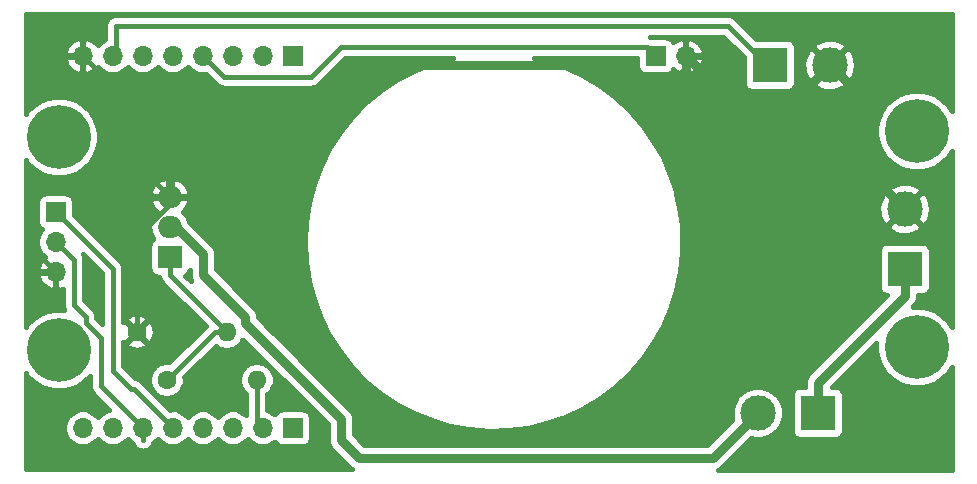
<source format=gbr>
%TF.GenerationSoftware,KiCad,Pcbnew,(5.1.9)-1*%
%TF.CreationDate,2021-11-05T16:41:07+01:00*%
%TF.ProjectId,openmv_breakout,6f70656e-6d76-45f6-9272-65616b6f7574,rev?*%
%TF.SameCoordinates,Original*%
%TF.FileFunction,Copper,L2,Bot*%
%TF.FilePolarity,Positive*%
%FSLAX46Y46*%
G04 Gerber Fmt 4.6, Leading zero omitted, Abs format (unit mm)*
G04 Created by KiCad (PCBNEW (5.1.9)-1) date 2021-11-05 16:41:07*
%MOMM*%
%LPD*%
G01*
G04 APERTURE LIST*
%TA.AperFunction,ComponentPad*%
%ADD10C,5.400000*%
%TD*%
%TA.AperFunction,ComponentPad*%
%ADD11O,1.600000X1.600000*%
%TD*%
%TA.AperFunction,ComponentPad*%
%ADD12C,1.600000*%
%TD*%
%TA.AperFunction,ComponentPad*%
%ADD13O,2.000000X1.905000*%
%TD*%
%TA.AperFunction,ComponentPad*%
%ADD14R,2.000000X1.905000*%
%TD*%
%TA.AperFunction,ComponentPad*%
%ADD15O,1.700000X1.700000*%
%TD*%
%TA.AperFunction,ComponentPad*%
%ADD16R,1.700000X1.700000*%
%TD*%
%TA.AperFunction,ComponentPad*%
%ADD17C,3.000000*%
%TD*%
%TA.AperFunction,ComponentPad*%
%ADD18R,3.000000X3.000000*%
%TD*%
%TA.AperFunction,Conductor*%
%ADD19C,0.400000*%
%TD*%
%TA.AperFunction,Conductor*%
%ADD20C,0.800000*%
%TD*%
%TA.AperFunction,Conductor*%
%ADD21C,0.100000*%
%TD*%
%TA.AperFunction,NonConductor*%
%ADD22C,0.400000*%
%TD*%
%TA.AperFunction,NonConductor*%
%ADD23C,0.100000*%
%TD*%
G04 APERTURE END LIST*
D10*
%TO.P,H4,1*%
%TO.N,N/C*%
X137160000Y-81026000D03*
%TD*%
%TO.P,H3,1*%
%TO.N,N/C*%
X137160000Y-62738000D03*
%TD*%
%TO.P,H2,1*%
%TO.N,N/C*%
X64516000Y-81280000D03*
%TD*%
%TO.P,H1,1*%
%TO.N,N/C*%
X64516000Y-63246000D03*
%TD*%
D11*
%TO.P,R_mosfet1kohm1,2*%
%TO.N,GATE*%
X78740000Y-79756000D03*
D12*
%TO.P,R_mosfet1kohm1,1*%
%TO.N,GND*%
X71120000Y-79756000D03*
%TD*%
D11*
%TO.P,R_mosfet1,2*%
%TO.N,P4*%
X81280000Y-83820000D03*
D12*
%TO.P,R_mosfet1,1*%
%TO.N,GATE*%
X73660000Y-83820000D03*
%TD*%
D13*
%TO.P,MOSFET1,3*%
%TO.N,GND*%
X73914000Y-68326000D03*
%TO.P,MOSFET1,2*%
%TO.N,DRAIN*%
X73914000Y-70866000D03*
D14*
%TO.P,MOSFET1,1*%
%TO.N,GATE*%
X73914000Y-73406000D03*
%TD*%
D15*
%TO.P,Jumper_setup1,2*%
%TO.N,GND*%
X117602000Y-56388000D03*
D16*
%TO.P,Jumper_setup1,1*%
%TO.N,P9*%
X115062000Y-56388000D03*
%TD*%
D15*
%TO.P,Juart1,3*%
%TO.N,GND*%
X64262000Y-74676000D03*
%TO.P,Juart1,2*%
%TO.N,rx*%
X64262000Y-72136000D03*
D16*
%TO.P,Juart1,1*%
%TO.N,tx*%
X64262000Y-69596000D03*
%TD*%
D17*
%TO.P,J_LED_izlaz1,2*%
%TO.N,DRAIN*%
X123698000Y-86614000D03*
D18*
%TO.P,J_LED_izlaz1,1*%
%TO.N,12V+*%
X128778000Y-86614000D03*
%TD*%
D17*
%TO.P,J_LED12V1,2*%
%TO.N,GND*%
X136144000Y-69342000D03*
D18*
%TO.P,J_LED12V1,1*%
%TO.N,12V+*%
X136144000Y-74422000D03*
%TD*%
D15*
%TO.P,J2,8*%
%TO.N,GND*%
X66548000Y-56388000D03*
%TO.P,J2,7*%
%TO.N,5vin*%
X69088000Y-56388000D03*
%TO.P,J2,6*%
%TO.N,Net-(J2-Pad6)*%
X71628000Y-56388000D03*
%TO.P,J2,5*%
%TO.N,Net-(J2-Pad5)*%
X74168000Y-56388000D03*
%TO.P,J2,4*%
%TO.N,P9*%
X76708000Y-56388000D03*
%TO.P,J2,3*%
%TO.N,Net-(J2-Pad3)*%
X79248000Y-56388000D03*
%TO.P,J2,2*%
%TO.N,Net-(J2-Pad2)*%
X81788000Y-56388000D03*
D16*
%TO.P,J2,1*%
%TO.N,Net-(J2-Pad1)*%
X84328000Y-56388000D03*
%TD*%
D15*
%TO.P,J1,8*%
%TO.N,Net-(J1-Pad8)*%
X66548000Y-87884000D03*
%TO.P,J1,7*%
%TO.N,Net-(J1-Pad7)*%
X69088000Y-87884000D03*
%TO.P,J1,6*%
%TO.N,rx*%
X71628000Y-87884000D03*
%TO.P,J1,5*%
%TO.N,tx*%
X74168000Y-87884000D03*
%TO.P,J1,4*%
%TO.N,Net-(J1-Pad4)*%
X76708000Y-87884000D03*
%TO.P,J1,3*%
%TO.N,Net-(J1-Pad3)*%
X79248000Y-87884000D03*
%TO.P,J1,2*%
%TO.N,P4*%
X81788000Y-87884000D03*
D16*
%TO.P,J1,1*%
%TO.N,Net-(J1-Pad1)*%
X84328000Y-87884000D03*
%TD*%
D17*
%TO.P,inpput_5v1,2*%
%TO.N,GND*%
X129794000Y-57150000D03*
D18*
%TO.P,inpput_5v1,1*%
%TO.N,5vin*%
X124714000Y-57150000D03*
%TD*%
D19*
%TO.N,GND*%
X66548000Y-56388000D02*
X68072000Y-57912000D01*
X68072000Y-62484000D02*
X73914000Y-68326000D01*
X68072000Y-57912000D02*
X68072000Y-62484000D01*
X73914000Y-68326000D02*
X68580000Y-68326000D01*
X68580000Y-68326000D02*
X67056000Y-66802000D01*
X67056000Y-66802000D02*
X63754000Y-66802000D01*
X63754000Y-66802000D02*
X62484000Y-68072000D01*
X62484000Y-72898000D02*
X64262000Y-74676000D01*
X62484000Y-68072000D02*
X62484000Y-72898000D01*
D20*
X136144000Y-69342000D02*
X133096000Y-66294000D01*
X133096000Y-60452000D02*
X129794000Y-57150000D01*
X133096000Y-66294000D02*
X133096000Y-60452000D01*
X121158000Y-59944000D02*
X117602000Y-56388000D01*
X127000000Y-59944000D02*
X121158000Y-59944000D01*
X129794000Y-57150000D02*
X127000000Y-59944000D01*
D19*
X71120000Y-71699763D02*
X71120000Y-79756000D01*
X73914000Y-68905763D02*
X71120000Y-71699763D01*
X73914000Y-68326000D02*
X73914000Y-68905763D01*
D20*
X117602000Y-57590081D02*
X117602000Y-56388000D01*
X116518081Y-58674000D02*
X117602000Y-57590081D01*
X114300000Y-58674000D02*
X116518081Y-58674000D01*
X89408000Y-57150000D02*
X112776000Y-57150000D01*
X85852000Y-60706000D02*
X89408000Y-57150000D01*
X75692000Y-60706000D02*
X85852000Y-60706000D01*
X73914000Y-62484000D02*
X75692000Y-60706000D01*
X112776000Y-57150000D02*
X114300000Y-58674000D01*
X73914000Y-68326000D02*
X73914000Y-62484000D01*
D19*
%TO.N,5vin*%
X124714000Y-57150000D02*
X124460000Y-57150000D01*
X124460000Y-57150000D02*
X121158000Y-53848000D01*
X121158000Y-53848000D02*
X69342000Y-53848000D01*
X69342000Y-56134000D02*
X69088000Y-56388000D01*
X69342000Y-53848000D02*
X69342000Y-56134000D01*
%TO.N,rx*%
X71628000Y-88900000D02*
X71628000Y-87884000D01*
X64262000Y-72136000D02*
X65786000Y-73660000D01*
X65786000Y-73660000D02*
X65786000Y-77470000D01*
X66802000Y-78977998D02*
X68072000Y-80247998D01*
X66802000Y-78486000D02*
X66802000Y-78977998D01*
X65786000Y-77470000D02*
X66802000Y-78486000D01*
X68072000Y-84328000D02*
X71628000Y-87884000D01*
X68072000Y-80247998D02*
X68072000Y-84328000D01*
%TO.N,tx*%
X74168000Y-87884000D02*
X70866000Y-84582000D01*
X70613998Y-84582000D02*
X69088000Y-83056002D01*
X70866000Y-84582000D02*
X70613998Y-84582000D01*
X69088000Y-74422000D02*
X64262000Y-69596000D01*
X69088000Y-83056002D02*
X69088000Y-74422000D01*
%TO.N,P4*%
X81280000Y-87376000D02*
X81788000Y-87884000D01*
X81280000Y-83820000D02*
X81280000Y-87376000D01*
%TO.N,P9*%
X76962000Y-56642000D02*
X76708000Y-56388000D01*
X114300000Y-55626000D02*
X115062000Y-56388000D01*
X88392000Y-55626000D02*
X114300000Y-55626000D01*
X85852000Y-58166000D02*
X88392000Y-55626000D01*
X78486000Y-58166000D02*
X85852000Y-58166000D01*
X76708000Y-56388000D02*
X78486000Y-58166000D01*
%TO.N,12V+*%
X136144000Y-74422000D02*
X136144000Y-75692000D01*
D20*
X128778000Y-84088000D02*
X128778000Y-86614000D01*
X136144000Y-76722000D02*
X128778000Y-84088000D01*
X136144000Y-74422000D02*
X136144000Y-76722000D01*
%TO.N,DRAIN*%
X74406502Y-70866000D02*
X76708000Y-73167498D01*
X73914000Y-70866000D02*
X74406502Y-70866000D01*
X76708000Y-73167498D02*
X76708000Y-74930000D01*
X76708000Y-74930000D02*
X80264000Y-78486000D01*
X80264000Y-78486000D02*
X80264000Y-78994000D01*
X80264000Y-78994000D02*
X88392000Y-87122000D01*
X88392000Y-87122000D02*
X88392000Y-88900000D01*
X88392000Y-88900000D02*
X89916000Y-90424000D01*
X119888000Y-90424000D02*
X123698000Y-86614000D01*
X89916000Y-90424000D02*
X119888000Y-90424000D01*
D19*
%TO.N,GATE*%
X74168000Y-73660000D02*
X73914000Y-73406000D01*
X73914000Y-74930000D02*
X78740000Y-79756000D01*
X73914000Y-73406000D02*
X73914000Y-74930000D01*
X77724000Y-79756000D02*
X78740000Y-79756000D01*
X73660000Y-83820000D02*
X77724000Y-79756000D01*
%TD*%
%TO.N,GND*%
X140148000Y-61075620D02*
X139807167Y-60565527D01*
X139332473Y-60090833D01*
X138774293Y-59717869D01*
X138154077Y-59460967D01*
X137495659Y-59330000D01*
X136824341Y-59330000D01*
X136165923Y-59460967D01*
X135545707Y-59717869D01*
X134987527Y-60090833D01*
X134512833Y-60565527D01*
X134139869Y-61123707D01*
X133882967Y-61743923D01*
X133752000Y-62402341D01*
X133752000Y-63073659D01*
X133882967Y-63732077D01*
X134139869Y-64352293D01*
X134512833Y-64910473D01*
X134987527Y-65385167D01*
X135545707Y-65758131D01*
X136165923Y-66015033D01*
X136824341Y-66146000D01*
X137495659Y-66146000D01*
X138154077Y-66015033D01*
X138774293Y-65758131D01*
X139332473Y-65385167D01*
X139807167Y-64910473D01*
X140148000Y-64400380D01*
X140148001Y-79363621D01*
X139807167Y-78853527D01*
X139332473Y-78378833D01*
X138774293Y-78005869D01*
X138154077Y-77748967D01*
X137495659Y-77618000D01*
X136824341Y-77618000D01*
X136812616Y-77620332D01*
X136888983Y-77543965D01*
X136931265Y-77509265D01*
X137069726Y-77340550D01*
X137172611Y-77148065D01*
X137235968Y-76939206D01*
X137252000Y-76776431D01*
X137252000Y-76776422D01*
X137257360Y-76722001D01*
X137252000Y-76667580D01*
X137252000Y-76633425D01*
X137644000Y-76633425D01*
X137782792Y-76619755D01*
X137916251Y-76579271D01*
X138039247Y-76513528D01*
X138147053Y-76425053D01*
X138235528Y-76317247D01*
X138301271Y-76194251D01*
X138341755Y-76060792D01*
X138355425Y-75922000D01*
X138355425Y-72922000D01*
X138341755Y-72783208D01*
X138301271Y-72649749D01*
X138235528Y-72526753D01*
X138147053Y-72418947D01*
X138039247Y-72330472D01*
X137916251Y-72264729D01*
X137782792Y-72224245D01*
X137644000Y-72210575D01*
X134644000Y-72210575D01*
X134505208Y-72224245D01*
X134371749Y-72264729D01*
X134248753Y-72330472D01*
X134140947Y-72418947D01*
X134052472Y-72526753D01*
X133986729Y-72649749D01*
X133946245Y-72783208D01*
X133932575Y-72922000D01*
X133932575Y-75922000D01*
X133946245Y-76060792D01*
X133986729Y-76194251D01*
X134052472Y-76317247D01*
X134140947Y-76425053D01*
X134248753Y-76513528D01*
X134371749Y-76579271D01*
X134505208Y-76619755D01*
X134644000Y-76633425D01*
X134665627Y-76633425D01*
X128033022Y-83266031D01*
X127990735Y-83300735D01*
X127852274Y-83469450D01*
X127798865Y-83569373D01*
X127749389Y-83661936D01*
X127701441Y-83820000D01*
X127686032Y-83870795D01*
X127670000Y-84033570D01*
X127670000Y-84033577D01*
X127664640Y-84088000D01*
X127670000Y-84142424D01*
X127670000Y-84402575D01*
X127278000Y-84402575D01*
X127139208Y-84416245D01*
X127005749Y-84456729D01*
X126882753Y-84522472D01*
X126774947Y-84610947D01*
X126686472Y-84718753D01*
X126620729Y-84841749D01*
X126580245Y-84975208D01*
X126566575Y-85114000D01*
X126566575Y-88114000D01*
X126580245Y-88252792D01*
X126620729Y-88386251D01*
X126686472Y-88509247D01*
X126774947Y-88617053D01*
X126882753Y-88705528D01*
X127005749Y-88771271D01*
X127139208Y-88811755D01*
X127278000Y-88825425D01*
X130278000Y-88825425D01*
X130416792Y-88811755D01*
X130550251Y-88771271D01*
X130673247Y-88705528D01*
X130781053Y-88617053D01*
X130869528Y-88509247D01*
X130935271Y-88386251D01*
X130975755Y-88252792D01*
X130989425Y-88114000D01*
X130989425Y-85114000D01*
X130975755Y-84975208D01*
X130935271Y-84841749D01*
X130869528Y-84718753D01*
X130781053Y-84610947D01*
X130673247Y-84522472D01*
X130550251Y-84456729D01*
X130416792Y-84416245D01*
X130278000Y-84402575D01*
X130030372Y-84402575D01*
X133754332Y-80678615D01*
X133752000Y-80690341D01*
X133752000Y-81361659D01*
X133882967Y-82020077D01*
X134139869Y-82640293D01*
X134512833Y-83198473D01*
X134987527Y-83673167D01*
X135545707Y-84046131D01*
X136165923Y-84303033D01*
X136824341Y-84434000D01*
X137495659Y-84434000D01*
X138154077Y-84303033D01*
X138774293Y-84046131D01*
X139332473Y-83673167D01*
X139807167Y-83198473D01*
X140148001Y-82688379D01*
X140148001Y-91458748D01*
X120363698Y-91426082D01*
X120506550Y-91349726D01*
X120675265Y-91211265D01*
X120709969Y-91168978D01*
X123127225Y-88751723D01*
X123480531Y-88822000D01*
X123915469Y-88822000D01*
X124342050Y-88737148D01*
X124743880Y-88570705D01*
X125105518Y-88329066D01*
X125413066Y-88021518D01*
X125654705Y-87659880D01*
X125821148Y-87258050D01*
X125906000Y-86831469D01*
X125906000Y-86396531D01*
X125821148Y-85969950D01*
X125654705Y-85568120D01*
X125413066Y-85206482D01*
X125105518Y-84898934D01*
X124743880Y-84657295D01*
X124342050Y-84490852D01*
X123915469Y-84406000D01*
X123480531Y-84406000D01*
X123053950Y-84490852D01*
X122652120Y-84657295D01*
X122290482Y-84898934D01*
X121982934Y-85206482D01*
X121741295Y-85568120D01*
X121574852Y-85969950D01*
X121490000Y-86396531D01*
X121490000Y-86831469D01*
X121560277Y-87184775D01*
X119429053Y-89316000D01*
X90374949Y-89316000D01*
X89500000Y-88441053D01*
X89500000Y-87176423D01*
X89505360Y-87122000D01*
X89500000Y-87067576D01*
X89500000Y-87067569D01*
X89483968Y-86904794D01*
X89420611Y-86695935D01*
X89317726Y-86503450D01*
X89179265Y-86334735D01*
X89136983Y-86300035D01*
X81372481Y-78535534D01*
X81377360Y-78485999D01*
X81372000Y-78431578D01*
X81372000Y-78431569D01*
X81355968Y-78268794D01*
X81292611Y-78059935D01*
X81189726Y-77867450D01*
X81145834Y-77813968D01*
X81085962Y-77741013D01*
X81085960Y-77741011D01*
X81051265Y-77698735D01*
X81008988Y-77664039D01*
X77816000Y-74471053D01*
X77816000Y-73221929D01*
X77821361Y-73167498D01*
X77799968Y-72950291D01*
X77736611Y-72741433D01*
X77633726Y-72548948D01*
X77529963Y-72422512D01*
X77529960Y-72422509D01*
X77495265Y-72380233D01*
X77452988Y-72345537D01*
X75576219Y-70468770D01*
X75503024Y-70227480D01*
X75348835Y-69939012D01*
X75141332Y-69686168D01*
X75026463Y-69591898D01*
X75093350Y-69540853D01*
X75308608Y-69296697D01*
X75472097Y-69015238D01*
X75577535Y-68707292D01*
X75592242Y-68638957D01*
X75444017Y-68380000D01*
X73968000Y-68380000D01*
X73968000Y-68400000D01*
X73860000Y-68400000D01*
X73860000Y-68380000D01*
X72383983Y-68380000D01*
X72235758Y-68638957D01*
X72250465Y-68707292D01*
X72355903Y-69015238D01*
X72519392Y-69296697D01*
X72734650Y-69540853D01*
X72801537Y-69591898D01*
X72686668Y-69686168D01*
X72479165Y-69939012D01*
X72324976Y-70227480D01*
X72230026Y-70540485D01*
X72197966Y-70866000D01*
X72230026Y-71191515D01*
X72324976Y-71504520D01*
X72479165Y-71792988D01*
X72530587Y-71855646D01*
X72518753Y-71861972D01*
X72410947Y-71950447D01*
X72322472Y-72058253D01*
X72256729Y-72181249D01*
X72216245Y-72314708D01*
X72202575Y-72453500D01*
X72202575Y-74358500D01*
X72216245Y-74497292D01*
X72256729Y-74630751D01*
X72322472Y-74753747D01*
X72410947Y-74861553D01*
X72518753Y-74950028D01*
X72641749Y-75015771D01*
X72775208Y-75056255D01*
X72914000Y-75069925D01*
X73015389Y-75069925D01*
X73019139Y-75107999D01*
X73071059Y-75279157D01*
X73155373Y-75436898D01*
X73240408Y-75540513D01*
X73240412Y-75540517D01*
X73268842Y-75575159D01*
X73303484Y-75603589D01*
X76947895Y-79248000D01*
X73871390Y-82324505D01*
X73808525Y-82312000D01*
X73511475Y-82312000D01*
X73220132Y-82369951D01*
X72945694Y-82483627D01*
X72698706Y-82648660D01*
X72488660Y-82858706D01*
X72323627Y-83105694D01*
X72209951Y-83380132D01*
X72152000Y-83671475D01*
X72152000Y-83968525D01*
X72209951Y-84259868D01*
X72323627Y-84534306D01*
X72488660Y-84781294D01*
X72698706Y-84991340D01*
X72945694Y-85156373D01*
X73220132Y-85270049D01*
X73511475Y-85328000D01*
X73808525Y-85328000D01*
X74099868Y-85270049D01*
X74374306Y-85156373D01*
X74621294Y-84991340D01*
X74831340Y-84781294D01*
X74996373Y-84534306D01*
X75110049Y-84259868D01*
X75168000Y-83968525D01*
X75168000Y-83671475D01*
X75155495Y-83608610D01*
X77813510Y-80950596D01*
X78025694Y-81092373D01*
X78300132Y-81206049D01*
X78591475Y-81264000D01*
X78888525Y-81264000D01*
X79179868Y-81206049D01*
X79454306Y-81092373D01*
X79701294Y-80927340D01*
X79911340Y-80717294D01*
X80076373Y-80470306D01*
X80104780Y-80401727D01*
X87284000Y-87580948D01*
X87284000Y-88845577D01*
X87278640Y-88900000D01*
X87284000Y-88954423D01*
X87284000Y-88954431D01*
X87289104Y-89006251D01*
X87300032Y-89117206D01*
X87363389Y-89326064D01*
X87363390Y-89326065D01*
X87466275Y-89518550D01*
X87604736Y-89687265D01*
X87647017Y-89721964D01*
X89094039Y-91168988D01*
X89128735Y-91211265D01*
X89297450Y-91349726D01*
X89344483Y-91374865D01*
X61718000Y-91329251D01*
X61718000Y-83226735D01*
X61868833Y-83452473D01*
X62343527Y-83927167D01*
X62901707Y-84300131D01*
X63521923Y-84557033D01*
X64180341Y-84688000D01*
X64851659Y-84688000D01*
X65510077Y-84557033D01*
X66130293Y-84300131D01*
X66688473Y-83927167D01*
X67163167Y-83452473D01*
X67164001Y-83451225D01*
X67164001Y-84283396D01*
X67159608Y-84328000D01*
X67177139Y-84505999D01*
X67229059Y-84677157D01*
X67313373Y-84834898D01*
X67398408Y-84938513D01*
X67398412Y-84938517D01*
X67426842Y-84973159D01*
X67461484Y-85001589D01*
X68810558Y-86350664D01*
X68633548Y-86385874D01*
X68350010Y-86503319D01*
X68094833Y-86673823D01*
X67877823Y-86890833D01*
X67818000Y-86980364D01*
X67758177Y-86890833D01*
X67541167Y-86673823D01*
X67285990Y-86503319D01*
X67002452Y-86385874D01*
X66701450Y-86326000D01*
X66394550Y-86326000D01*
X66093548Y-86385874D01*
X65810010Y-86503319D01*
X65554833Y-86673823D01*
X65337823Y-86890833D01*
X65167319Y-87146010D01*
X65049874Y-87429548D01*
X64990000Y-87730550D01*
X64990000Y-88037450D01*
X65049874Y-88338452D01*
X65167319Y-88621990D01*
X65337823Y-88877167D01*
X65554833Y-89094177D01*
X65810010Y-89264681D01*
X66093548Y-89382126D01*
X66394550Y-89442000D01*
X66701450Y-89442000D01*
X67002452Y-89382126D01*
X67285990Y-89264681D01*
X67541167Y-89094177D01*
X67758177Y-88877167D01*
X67818000Y-88787636D01*
X67877823Y-88877167D01*
X68094833Y-89094177D01*
X68350010Y-89264681D01*
X68633548Y-89382126D01*
X68934550Y-89442000D01*
X69241450Y-89442000D01*
X69542452Y-89382126D01*
X69825990Y-89264681D01*
X70081167Y-89094177D01*
X70298177Y-88877167D01*
X70358000Y-88787636D01*
X70417823Y-88877167D01*
X70634833Y-89094177D01*
X70764285Y-89180674D01*
X70785059Y-89249157D01*
X70869373Y-89406897D01*
X70982841Y-89545159D01*
X71121102Y-89658627D01*
X71278842Y-89742941D01*
X71450001Y-89794862D01*
X71628000Y-89812393D01*
X71805998Y-89794862D01*
X71977157Y-89742941D01*
X72134897Y-89658627D01*
X72273159Y-89545159D01*
X72386627Y-89406898D01*
X72470941Y-89249158D01*
X72491716Y-89180674D01*
X72621167Y-89094177D01*
X72838177Y-88877167D01*
X72898000Y-88787636D01*
X72957823Y-88877167D01*
X73174833Y-89094177D01*
X73430010Y-89264681D01*
X73713548Y-89382126D01*
X74014550Y-89442000D01*
X74321450Y-89442000D01*
X74622452Y-89382126D01*
X74905990Y-89264681D01*
X75161167Y-89094177D01*
X75378177Y-88877167D01*
X75438000Y-88787636D01*
X75497823Y-88877167D01*
X75714833Y-89094177D01*
X75970010Y-89264681D01*
X76253548Y-89382126D01*
X76554550Y-89442000D01*
X76861450Y-89442000D01*
X77162452Y-89382126D01*
X77445990Y-89264681D01*
X77701167Y-89094177D01*
X77918177Y-88877167D01*
X77978000Y-88787636D01*
X78037823Y-88877167D01*
X78254833Y-89094177D01*
X78510010Y-89264681D01*
X78793548Y-89382126D01*
X79094550Y-89442000D01*
X79401450Y-89442000D01*
X79702452Y-89382126D01*
X79985990Y-89264681D01*
X80241167Y-89094177D01*
X80458177Y-88877167D01*
X80518000Y-88787636D01*
X80577823Y-88877167D01*
X80794833Y-89094177D01*
X81050010Y-89264681D01*
X81333548Y-89382126D01*
X81634550Y-89442000D01*
X81941450Y-89442000D01*
X82242452Y-89382126D01*
X82525990Y-89264681D01*
X82781167Y-89094177D01*
X82837576Y-89037768D01*
X82886472Y-89129247D01*
X82974947Y-89237053D01*
X83082753Y-89325528D01*
X83205749Y-89391271D01*
X83339208Y-89431755D01*
X83478000Y-89445425D01*
X85178000Y-89445425D01*
X85316792Y-89431755D01*
X85450251Y-89391271D01*
X85573247Y-89325528D01*
X85681053Y-89237053D01*
X85769528Y-89129247D01*
X85835271Y-89006251D01*
X85875755Y-88872792D01*
X85889425Y-88734000D01*
X85889425Y-87034000D01*
X85875755Y-86895208D01*
X85835271Y-86761749D01*
X85769528Y-86638753D01*
X85681053Y-86530947D01*
X85573247Y-86442472D01*
X85450251Y-86376729D01*
X85316792Y-86336245D01*
X85178000Y-86322575D01*
X83478000Y-86322575D01*
X83339208Y-86336245D01*
X83205749Y-86376729D01*
X83082753Y-86442472D01*
X82974947Y-86530947D01*
X82886472Y-86638753D01*
X82837576Y-86730232D01*
X82781167Y-86673823D01*
X82525990Y-86503319D01*
X82242452Y-86385874D01*
X82188000Y-86375043D01*
X82188000Y-85026950D01*
X82241294Y-84991340D01*
X82451340Y-84781294D01*
X82616373Y-84534306D01*
X82730049Y-84259868D01*
X82788000Y-83968525D01*
X82788000Y-83671475D01*
X82730049Y-83380132D01*
X82616373Y-83105694D01*
X82451340Y-82858706D01*
X82241294Y-82648660D01*
X81994306Y-82483627D01*
X81719868Y-82369951D01*
X81428525Y-82312000D01*
X81131475Y-82312000D01*
X80840132Y-82369951D01*
X80565694Y-82483627D01*
X80318706Y-82648660D01*
X80108660Y-82858706D01*
X79943627Y-83105694D01*
X79829951Y-83380132D01*
X79772000Y-83671475D01*
X79772000Y-83968525D01*
X79829951Y-84259868D01*
X79943627Y-84534306D01*
X80108660Y-84781294D01*
X80318706Y-84991340D01*
X80372000Y-85026950D01*
X80372001Y-86804657D01*
X80241167Y-86673823D01*
X79985990Y-86503319D01*
X79702452Y-86385874D01*
X79401450Y-86326000D01*
X79094550Y-86326000D01*
X78793548Y-86385874D01*
X78510010Y-86503319D01*
X78254833Y-86673823D01*
X78037823Y-86890833D01*
X77978000Y-86980364D01*
X77918177Y-86890833D01*
X77701167Y-86673823D01*
X77445990Y-86503319D01*
X77162452Y-86385874D01*
X76861450Y-86326000D01*
X76554550Y-86326000D01*
X76253548Y-86385874D01*
X75970010Y-86503319D01*
X75714833Y-86673823D01*
X75497823Y-86890833D01*
X75438000Y-86980364D01*
X75378177Y-86890833D01*
X75161167Y-86673823D01*
X74905990Y-86503319D01*
X74622452Y-86385874D01*
X74321450Y-86326000D01*
X74014550Y-86326000D01*
X73914089Y-86345983D01*
X71539591Y-83971486D01*
X71511159Y-83936841D01*
X71372898Y-83823373D01*
X71215158Y-83739059D01*
X71043999Y-83687138D01*
X70998789Y-83682685D01*
X69996000Y-82679897D01*
X69996000Y-80739732D01*
X70212636Y-80739732D01*
X70273583Y-81012863D01*
X70535048Y-81153841D01*
X70818993Y-81241100D01*
X71114506Y-81271287D01*
X71410229Y-81243244D01*
X71694799Y-81158046D01*
X71957279Y-81018968D01*
X71966417Y-81012863D01*
X72027364Y-80739732D01*
X71120000Y-79832368D01*
X70212636Y-80739732D01*
X69996000Y-80739732D01*
X69996000Y-80632064D01*
X70136268Y-80663364D01*
X71043632Y-79756000D01*
X71196368Y-79756000D01*
X72103732Y-80663364D01*
X72376863Y-80602417D01*
X72517841Y-80340952D01*
X72605100Y-80057007D01*
X72635287Y-79761494D01*
X72607244Y-79465771D01*
X72522046Y-79181201D01*
X72382968Y-78918721D01*
X72376863Y-78909583D01*
X72103732Y-78848636D01*
X71196368Y-79756000D01*
X71043632Y-79756000D01*
X70136268Y-78848636D01*
X69996000Y-78879936D01*
X69996000Y-78772268D01*
X70212636Y-78772268D01*
X71120000Y-79679632D01*
X72027364Y-78772268D01*
X71966417Y-78499137D01*
X71704952Y-78358159D01*
X71421007Y-78270900D01*
X71125494Y-78240713D01*
X70829771Y-78268756D01*
X70545201Y-78353954D01*
X70282721Y-78493032D01*
X70273583Y-78499137D01*
X70212636Y-78772268D01*
X69996000Y-78772268D01*
X69996000Y-74466594D01*
X70000392Y-74422000D01*
X69996000Y-74377406D01*
X69996000Y-74377396D01*
X69982862Y-74244001D01*
X69930941Y-74072842D01*
X69901418Y-74017608D01*
X69846627Y-73915101D01*
X69761592Y-73811487D01*
X69733159Y-73776841D01*
X69698511Y-73748406D01*
X65823425Y-69873320D01*
X65823425Y-68746000D01*
X65809755Y-68607208D01*
X65769271Y-68473749D01*
X65703528Y-68350753D01*
X65615053Y-68242947D01*
X65507247Y-68154472D01*
X65384251Y-68088729D01*
X65250792Y-68048245D01*
X65112000Y-68034575D01*
X63412000Y-68034575D01*
X63273208Y-68048245D01*
X63139749Y-68088729D01*
X63016753Y-68154472D01*
X62908947Y-68242947D01*
X62820472Y-68350753D01*
X62754729Y-68473749D01*
X62714245Y-68607208D01*
X62700575Y-68746000D01*
X62700575Y-70446000D01*
X62714245Y-70584792D01*
X62754729Y-70718251D01*
X62820472Y-70841247D01*
X62908947Y-70949053D01*
X63016753Y-71037528D01*
X63108232Y-71086424D01*
X63051823Y-71142833D01*
X62881319Y-71398010D01*
X62763874Y-71681548D01*
X62704000Y-71982550D01*
X62704000Y-72289450D01*
X62763874Y-72590452D01*
X62881319Y-72873990D01*
X63051823Y-73129167D01*
X63268833Y-73346177D01*
X63362681Y-73408884D01*
X63165409Y-73569267D01*
X62970567Y-73804467D01*
X62825354Y-74073159D01*
X62735350Y-74365018D01*
X62732554Y-74379086D01*
X62882056Y-74622000D01*
X64208000Y-74622000D01*
X64208000Y-74602000D01*
X64316000Y-74602000D01*
X64316000Y-74622000D01*
X64336000Y-74622000D01*
X64336000Y-74730000D01*
X64316000Y-74730000D01*
X64316000Y-76056066D01*
X64558914Y-76205448D01*
X64851589Y-76118135D01*
X64878001Y-76104174D01*
X64878001Y-77425396D01*
X64873608Y-77470000D01*
X64891139Y-77647999D01*
X64943059Y-77819157D01*
X64985538Y-77898630D01*
X64851659Y-77872000D01*
X64180341Y-77872000D01*
X63521923Y-78002967D01*
X62901707Y-78259869D01*
X62343527Y-78632833D01*
X61868833Y-79107527D01*
X61718000Y-79333265D01*
X61718000Y-74972914D01*
X62732554Y-74972914D01*
X62735350Y-74986982D01*
X62825354Y-75278841D01*
X62970567Y-75547533D01*
X63165409Y-75782733D01*
X63402393Y-75975402D01*
X63672411Y-76118135D01*
X63965086Y-76205448D01*
X64208000Y-76056066D01*
X64208000Y-74730000D01*
X62882056Y-74730000D01*
X62732554Y-74972914D01*
X61718000Y-74972914D01*
X61718000Y-68013043D01*
X72235758Y-68013043D01*
X72383983Y-68272000D01*
X73860000Y-68272000D01*
X73860000Y-66842605D01*
X73968000Y-66842605D01*
X73968000Y-68272000D01*
X75444017Y-68272000D01*
X75592242Y-68013043D01*
X75577535Y-67944708D01*
X75472097Y-67636762D01*
X75308608Y-67355303D01*
X75093350Y-67111147D01*
X74834596Y-66913677D01*
X74542289Y-66770482D01*
X74227663Y-66687064D01*
X73968000Y-66842605D01*
X73860000Y-66842605D01*
X73600337Y-66687064D01*
X73285711Y-66770482D01*
X72993404Y-66913677D01*
X72734650Y-67111147D01*
X72519392Y-67355303D01*
X72355903Y-67636762D01*
X72250465Y-67944708D01*
X72235758Y-68013043D01*
X61718000Y-68013043D01*
X61718000Y-65192735D01*
X61868833Y-65418473D01*
X62343527Y-65893167D01*
X62901707Y-66266131D01*
X63521923Y-66523033D01*
X64180341Y-66654000D01*
X64851659Y-66654000D01*
X65510077Y-66523033D01*
X66130293Y-66266131D01*
X66688473Y-65893167D01*
X67163167Y-65418473D01*
X67536131Y-64860293D01*
X67793033Y-64240077D01*
X67924000Y-63581659D01*
X67924000Y-62910341D01*
X67793033Y-62251923D01*
X67536131Y-61631707D01*
X67163167Y-61073527D01*
X66688473Y-60598833D01*
X66130293Y-60225869D01*
X65510077Y-59968967D01*
X64851659Y-59838000D01*
X64180341Y-59838000D01*
X63521923Y-59968967D01*
X62901707Y-60225869D01*
X62343527Y-60598833D01*
X61868833Y-61073527D01*
X61718000Y-61299265D01*
X61718000Y-56684914D01*
X65018552Y-56684914D01*
X65105865Y-56977589D01*
X65248598Y-57247607D01*
X65441267Y-57484591D01*
X65676467Y-57679433D01*
X65945159Y-57824646D01*
X66237018Y-57914650D01*
X66251086Y-57917446D01*
X66494000Y-57767944D01*
X66494000Y-56442000D01*
X65167934Y-56442000D01*
X65018552Y-56684914D01*
X61718000Y-56684914D01*
X61718000Y-56091086D01*
X65018552Y-56091086D01*
X65167934Y-56334000D01*
X66494000Y-56334000D01*
X66494000Y-55008056D01*
X66602000Y-55008056D01*
X66602000Y-56334000D01*
X66622000Y-56334000D01*
X66622000Y-56442000D01*
X66602000Y-56442000D01*
X66602000Y-57767944D01*
X66844914Y-57917446D01*
X66858982Y-57914650D01*
X67150841Y-57824646D01*
X67419533Y-57679433D01*
X67654733Y-57484591D01*
X67815116Y-57287319D01*
X67877823Y-57381167D01*
X68094833Y-57598177D01*
X68350010Y-57768681D01*
X68633548Y-57886126D01*
X68934550Y-57946000D01*
X69241450Y-57946000D01*
X69542452Y-57886126D01*
X69825990Y-57768681D01*
X70081167Y-57598177D01*
X70298177Y-57381167D01*
X70358000Y-57291636D01*
X70417823Y-57381167D01*
X70634833Y-57598177D01*
X70890010Y-57768681D01*
X71173548Y-57886126D01*
X71474550Y-57946000D01*
X71781450Y-57946000D01*
X72082452Y-57886126D01*
X72365990Y-57768681D01*
X72621167Y-57598177D01*
X72838177Y-57381167D01*
X72898000Y-57291636D01*
X72957823Y-57381167D01*
X73174833Y-57598177D01*
X73430010Y-57768681D01*
X73713548Y-57886126D01*
X74014550Y-57946000D01*
X74321450Y-57946000D01*
X74622452Y-57886126D01*
X74905990Y-57768681D01*
X75161167Y-57598177D01*
X75378177Y-57381167D01*
X75438000Y-57291636D01*
X75497823Y-57381167D01*
X75714833Y-57598177D01*
X75970010Y-57768681D01*
X76253548Y-57886126D01*
X76554550Y-57946000D01*
X76861450Y-57946000D01*
X76961912Y-57926017D01*
X77812406Y-58776511D01*
X77840841Y-58811159D01*
X77875487Y-58839592D01*
X77979101Y-58924627D01*
X78075517Y-58976162D01*
X78136842Y-59008941D01*
X78308001Y-59060862D01*
X78441396Y-59074000D01*
X78441406Y-59074000D01*
X78486000Y-59078392D01*
X78530594Y-59074000D01*
X85807406Y-59074000D01*
X85852000Y-59078392D01*
X85896594Y-59074000D01*
X85896604Y-59074000D01*
X86029999Y-59060862D01*
X86201158Y-59008941D01*
X86358898Y-58924627D01*
X86497159Y-58811159D01*
X86525593Y-58776512D01*
X88768106Y-56534000D01*
X97873352Y-56534000D01*
X97672604Y-56570583D01*
X96091622Y-57030784D01*
X94566337Y-57651104D01*
X93112919Y-58424967D01*
X91746773Y-59344171D01*
X90482381Y-60398971D01*
X89333147Y-61578187D01*
X88311252Y-62869318D01*
X87427528Y-64258679D01*
X86691344Y-65731541D01*
X86110502Y-67272291D01*
X85691161Y-68864599D01*
X85437765Y-70491584D01*
X85353000Y-72136000D01*
X85437765Y-73780416D01*
X85691161Y-75407401D01*
X86110502Y-76999709D01*
X86691344Y-78540459D01*
X87427528Y-80013321D01*
X88311252Y-81402682D01*
X89333147Y-82693813D01*
X90482381Y-83873029D01*
X91746773Y-84927829D01*
X93112919Y-85847033D01*
X94566337Y-86620896D01*
X96091622Y-87241216D01*
X97672604Y-87701417D01*
X99292525Y-87996621D01*
X100934214Y-88123698D01*
X102580267Y-88081301D01*
X104213237Y-87869881D01*
X105815814Y-87491677D01*
X107371009Y-86950699D01*
X108862338Y-86252682D01*
X110273992Y-85405024D01*
X111591007Y-84416712D01*
X112799422Y-83298221D01*
X113886428Y-82061407D01*
X114840503Y-80719382D01*
X115651532Y-79286371D01*
X116310919Y-77777564D01*
X116811674Y-76208955D01*
X117148490Y-74597172D01*
X117317795Y-72959300D01*
X117317795Y-71312700D01*
X117267214Y-70823367D01*
X134739000Y-70823367D01*
X134883963Y-71168162D01*
X135264441Y-71378893D01*
X135678719Y-71511348D01*
X136110878Y-71560437D01*
X136544310Y-71524272D01*
X136962359Y-71404243D01*
X137348958Y-71204963D01*
X137404037Y-71168162D01*
X137549000Y-70823367D01*
X136144000Y-69418368D01*
X134739000Y-70823367D01*
X117267214Y-70823367D01*
X117148490Y-69674828D01*
X117072018Y-69308878D01*
X133925563Y-69308878D01*
X133961728Y-69742310D01*
X134081757Y-70160359D01*
X134281037Y-70546958D01*
X134317838Y-70602037D01*
X134662633Y-70747000D01*
X136067632Y-69342000D01*
X136220368Y-69342000D01*
X137625367Y-70747000D01*
X137970162Y-70602037D01*
X138180893Y-70221559D01*
X138313348Y-69807281D01*
X138362437Y-69375122D01*
X138326272Y-68941690D01*
X138206243Y-68523641D01*
X138006963Y-68137042D01*
X137970162Y-68081963D01*
X137625367Y-67937000D01*
X136220368Y-69342000D01*
X136067632Y-69342000D01*
X134662633Y-67937000D01*
X134317838Y-68081963D01*
X134107107Y-68462441D01*
X133974652Y-68876719D01*
X133925563Y-69308878D01*
X117072018Y-69308878D01*
X116811674Y-68063045D01*
X116747057Y-67860633D01*
X134739000Y-67860633D01*
X136144000Y-69265632D01*
X137549000Y-67860633D01*
X137404037Y-67515838D01*
X137023559Y-67305107D01*
X136609281Y-67172652D01*
X136177122Y-67123563D01*
X135743690Y-67159728D01*
X135325641Y-67279757D01*
X134939042Y-67479037D01*
X134883963Y-67515838D01*
X134739000Y-67860633D01*
X116747057Y-67860633D01*
X116310919Y-66494436D01*
X115651532Y-64985629D01*
X114840503Y-63552618D01*
X113886428Y-62210593D01*
X112799422Y-60973779D01*
X111591007Y-59855288D01*
X110273992Y-58866976D01*
X108862338Y-58019318D01*
X107371009Y-57321301D01*
X105815814Y-56780323D01*
X104772061Y-56534000D01*
X113500575Y-56534000D01*
X113500575Y-57238000D01*
X113514245Y-57376792D01*
X113554729Y-57510251D01*
X113620472Y-57633247D01*
X113708947Y-57741053D01*
X113816753Y-57829528D01*
X113939749Y-57895271D01*
X114073208Y-57935755D01*
X114212000Y-57949425D01*
X115912000Y-57949425D01*
X116050792Y-57935755D01*
X116184251Y-57895271D01*
X116307247Y-57829528D01*
X116415053Y-57741053D01*
X116503528Y-57633247D01*
X116556065Y-57534957D01*
X116730467Y-57679433D01*
X116999159Y-57824646D01*
X117291018Y-57914650D01*
X117305086Y-57917446D01*
X117548000Y-57767944D01*
X117548000Y-56442000D01*
X117656000Y-56442000D01*
X117656000Y-57767944D01*
X117898914Y-57917446D01*
X117912982Y-57914650D01*
X118204841Y-57824646D01*
X118473533Y-57679433D01*
X118708733Y-57484591D01*
X118901402Y-57247607D01*
X119044135Y-56977589D01*
X119131448Y-56684914D01*
X118982066Y-56442000D01*
X117656000Y-56442000D01*
X117548000Y-56442000D01*
X117528000Y-56442000D01*
X117528000Y-56334000D01*
X117548000Y-56334000D01*
X117548000Y-55008056D01*
X117656000Y-55008056D01*
X117656000Y-56334000D01*
X118982066Y-56334000D01*
X119131448Y-56091086D01*
X119044135Y-55798411D01*
X118901402Y-55528393D01*
X118708733Y-55291409D01*
X118473533Y-55096567D01*
X118204841Y-54951354D01*
X117912982Y-54861350D01*
X117898914Y-54858554D01*
X117656000Y-55008056D01*
X117548000Y-55008056D01*
X117305086Y-54858554D01*
X117291018Y-54861350D01*
X116999159Y-54951354D01*
X116730467Y-55096567D01*
X116556065Y-55241043D01*
X116503528Y-55142753D01*
X116415053Y-55034947D01*
X116307247Y-54946472D01*
X116184251Y-54880729D01*
X116050792Y-54840245D01*
X115912000Y-54826575D01*
X114730571Y-54826575D01*
X114649158Y-54783059D01*
X114559957Y-54756000D01*
X120781895Y-54756000D01*
X122502575Y-56476681D01*
X122502575Y-58650000D01*
X122516245Y-58788792D01*
X122556729Y-58922251D01*
X122622472Y-59045247D01*
X122710947Y-59153053D01*
X122818753Y-59241528D01*
X122941749Y-59307271D01*
X123075208Y-59347755D01*
X123214000Y-59361425D01*
X126214000Y-59361425D01*
X126352792Y-59347755D01*
X126486251Y-59307271D01*
X126609247Y-59241528D01*
X126717053Y-59153053D01*
X126805528Y-59045247D01*
X126871271Y-58922251D01*
X126911755Y-58788792D01*
X126925425Y-58650000D01*
X126925425Y-58631367D01*
X128389000Y-58631367D01*
X128533963Y-58976162D01*
X128914441Y-59186893D01*
X129328719Y-59319348D01*
X129760878Y-59368437D01*
X130194310Y-59332272D01*
X130612359Y-59212243D01*
X130998958Y-59012963D01*
X131054037Y-58976162D01*
X131199000Y-58631367D01*
X129794000Y-57226368D01*
X128389000Y-58631367D01*
X126925425Y-58631367D01*
X126925425Y-57116878D01*
X127575563Y-57116878D01*
X127611728Y-57550310D01*
X127731757Y-57968359D01*
X127931037Y-58354958D01*
X127967838Y-58410037D01*
X128312633Y-58555000D01*
X129717632Y-57150000D01*
X129870368Y-57150000D01*
X131275367Y-58555000D01*
X131620162Y-58410037D01*
X131830893Y-58029559D01*
X131963348Y-57615281D01*
X132012437Y-57183122D01*
X131976272Y-56749690D01*
X131856243Y-56331641D01*
X131656963Y-55945042D01*
X131620162Y-55889963D01*
X131275367Y-55745000D01*
X129870368Y-57150000D01*
X129717632Y-57150000D01*
X128312633Y-55745000D01*
X127967838Y-55889963D01*
X127757107Y-56270441D01*
X127624652Y-56684719D01*
X127575563Y-57116878D01*
X126925425Y-57116878D01*
X126925425Y-55668633D01*
X128389000Y-55668633D01*
X129794000Y-57073632D01*
X131199000Y-55668633D01*
X131054037Y-55323838D01*
X130673559Y-55113107D01*
X130259281Y-54980652D01*
X129827122Y-54931563D01*
X129393690Y-54967728D01*
X128975641Y-55087757D01*
X128589042Y-55287037D01*
X128533963Y-55323838D01*
X128389000Y-55668633D01*
X126925425Y-55668633D01*
X126925425Y-55650000D01*
X126911755Y-55511208D01*
X126871271Y-55377749D01*
X126805528Y-55254753D01*
X126717053Y-55146947D01*
X126609247Y-55058472D01*
X126486251Y-54992729D01*
X126352792Y-54952245D01*
X126214000Y-54938575D01*
X123532681Y-54938575D01*
X121831593Y-53237488D01*
X121803159Y-53202841D01*
X121664898Y-53089373D01*
X121507158Y-53005059D01*
X121335999Y-52953138D01*
X121202604Y-52940000D01*
X121202594Y-52940000D01*
X121158000Y-52935608D01*
X121113406Y-52940000D01*
X69386604Y-52940000D01*
X69342000Y-52935607D01*
X69297396Y-52940000D01*
X69164001Y-52953138D01*
X68992842Y-53005059D01*
X68835102Y-53089373D01*
X68696841Y-53202841D01*
X68583373Y-53341102D01*
X68499059Y-53498842D01*
X68447138Y-53670001D01*
X68429607Y-53848000D01*
X68434000Y-53892604D01*
X68434000Y-54972529D01*
X68350010Y-55007319D01*
X68094833Y-55177823D01*
X67877823Y-55394833D01*
X67815116Y-55488681D01*
X67654733Y-55291409D01*
X67419533Y-55096567D01*
X67150841Y-54951354D01*
X66858982Y-54861350D01*
X66844914Y-54858554D01*
X66602000Y-55008056D01*
X66494000Y-55008056D01*
X66251086Y-54858554D01*
X66237018Y-54861350D01*
X65945159Y-54951354D01*
X65676467Y-55096567D01*
X65441267Y-55291409D01*
X65248598Y-55528393D01*
X65105865Y-55798411D01*
X65018552Y-56091086D01*
X61718000Y-56091086D01*
X61718000Y-52844000D01*
X140148000Y-52844000D01*
X140148000Y-61075620D01*
%TA.AperFunction,Conductor*%
D21*
G36*
X140148000Y-61075620D02*
G01*
X139807167Y-60565527D01*
X139332473Y-60090833D01*
X138774293Y-59717869D01*
X138154077Y-59460967D01*
X137495659Y-59330000D01*
X136824341Y-59330000D01*
X136165923Y-59460967D01*
X135545707Y-59717869D01*
X134987527Y-60090833D01*
X134512833Y-60565527D01*
X134139869Y-61123707D01*
X133882967Y-61743923D01*
X133752000Y-62402341D01*
X133752000Y-63073659D01*
X133882967Y-63732077D01*
X134139869Y-64352293D01*
X134512833Y-64910473D01*
X134987527Y-65385167D01*
X135545707Y-65758131D01*
X136165923Y-66015033D01*
X136824341Y-66146000D01*
X137495659Y-66146000D01*
X138154077Y-66015033D01*
X138774293Y-65758131D01*
X139332473Y-65385167D01*
X139807167Y-64910473D01*
X140148000Y-64400380D01*
X140148001Y-79363621D01*
X139807167Y-78853527D01*
X139332473Y-78378833D01*
X138774293Y-78005869D01*
X138154077Y-77748967D01*
X137495659Y-77618000D01*
X136824341Y-77618000D01*
X136812616Y-77620332D01*
X136888983Y-77543965D01*
X136931265Y-77509265D01*
X137069726Y-77340550D01*
X137172611Y-77148065D01*
X137235968Y-76939206D01*
X137252000Y-76776431D01*
X137252000Y-76776422D01*
X137257360Y-76722001D01*
X137252000Y-76667580D01*
X137252000Y-76633425D01*
X137644000Y-76633425D01*
X137782792Y-76619755D01*
X137916251Y-76579271D01*
X138039247Y-76513528D01*
X138147053Y-76425053D01*
X138235528Y-76317247D01*
X138301271Y-76194251D01*
X138341755Y-76060792D01*
X138355425Y-75922000D01*
X138355425Y-72922000D01*
X138341755Y-72783208D01*
X138301271Y-72649749D01*
X138235528Y-72526753D01*
X138147053Y-72418947D01*
X138039247Y-72330472D01*
X137916251Y-72264729D01*
X137782792Y-72224245D01*
X137644000Y-72210575D01*
X134644000Y-72210575D01*
X134505208Y-72224245D01*
X134371749Y-72264729D01*
X134248753Y-72330472D01*
X134140947Y-72418947D01*
X134052472Y-72526753D01*
X133986729Y-72649749D01*
X133946245Y-72783208D01*
X133932575Y-72922000D01*
X133932575Y-75922000D01*
X133946245Y-76060792D01*
X133986729Y-76194251D01*
X134052472Y-76317247D01*
X134140947Y-76425053D01*
X134248753Y-76513528D01*
X134371749Y-76579271D01*
X134505208Y-76619755D01*
X134644000Y-76633425D01*
X134665627Y-76633425D01*
X128033022Y-83266031D01*
X127990735Y-83300735D01*
X127852274Y-83469450D01*
X127798865Y-83569373D01*
X127749389Y-83661936D01*
X127701441Y-83820000D01*
X127686032Y-83870795D01*
X127670000Y-84033570D01*
X127670000Y-84033577D01*
X127664640Y-84088000D01*
X127670000Y-84142424D01*
X127670000Y-84402575D01*
X127278000Y-84402575D01*
X127139208Y-84416245D01*
X127005749Y-84456729D01*
X126882753Y-84522472D01*
X126774947Y-84610947D01*
X126686472Y-84718753D01*
X126620729Y-84841749D01*
X126580245Y-84975208D01*
X126566575Y-85114000D01*
X126566575Y-88114000D01*
X126580245Y-88252792D01*
X126620729Y-88386251D01*
X126686472Y-88509247D01*
X126774947Y-88617053D01*
X126882753Y-88705528D01*
X127005749Y-88771271D01*
X127139208Y-88811755D01*
X127278000Y-88825425D01*
X130278000Y-88825425D01*
X130416792Y-88811755D01*
X130550251Y-88771271D01*
X130673247Y-88705528D01*
X130781053Y-88617053D01*
X130869528Y-88509247D01*
X130935271Y-88386251D01*
X130975755Y-88252792D01*
X130989425Y-88114000D01*
X130989425Y-85114000D01*
X130975755Y-84975208D01*
X130935271Y-84841749D01*
X130869528Y-84718753D01*
X130781053Y-84610947D01*
X130673247Y-84522472D01*
X130550251Y-84456729D01*
X130416792Y-84416245D01*
X130278000Y-84402575D01*
X130030372Y-84402575D01*
X133754332Y-80678615D01*
X133752000Y-80690341D01*
X133752000Y-81361659D01*
X133882967Y-82020077D01*
X134139869Y-82640293D01*
X134512833Y-83198473D01*
X134987527Y-83673167D01*
X135545707Y-84046131D01*
X136165923Y-84303033D01*
X136824341Y-84434000D01*
X137495659Y-84434000D01*
X138154077Y-84303033D01*
X138774293Y-84046131D01*
X139332473Y-83673167D01*
X139807167Y-83198473D01*
X140148001Y-82688379D01*
X140148001Y-91458748D01*
X120363698Y-91426082D01*
X120506550Y-91349726D01*
X120675265Y-91211265D01*
X120709969Y-91168978D01*
X123127225Y-88751723D01*
X123480531Y-88822000D01*
X123915469Y-88822000D01*
X124342050Y-88737148D01*
X124743880Y-88570705D01*
X125105518Y-88329066D01*
X125413066Y-88021518D01*
X125654705Y-87659880D01*
X125821148Y-87258050D01*
X125906000Y-86831469D01*
X125906000Y-86396531D01*
X125821148Y-85969950D01*
X125654705Y-85568120D01*
X125413066Y-85206482D01*
X125105518Y-84898934D01*
X124743880Y-84657295D01*
X124342050Y-84490852D01*
X123915469Y-84406000D01*
X123480531Y-84406000D01*
X123053950Y-84490852D01*
X122652120Y-84657295D01*
X122290482Y-84898934D01*
X121982934Y-85206482D01*
X121741295Y-85568120D01*
X121574852Y-85969950D01*
X121490000Y-86396531D01*
X121490000Y-86831469D01*
X121560277Y-87184775D01*
X119429053Y-89316000D01*
X90374949Y-89316000D01*
X89500000Y-88441053D01*
X89500000Y-87176423D01*
X89505360Y-87122000D01*
X89500000Y-87067576D01*
X89500000Y-87067569D01*
X89483968Y-86904794D01*
X89420611Y-86695935D01*
X89317726Y-86503450D01*
X89179265Y-86334735D01*
X89136983Y-86300035D01*
X81372481Y-78535534D01*
X81377360Y-78485999D01*
X81372000Y-78431578D01*
X81372000Y-78431569D01*
X81355968Y-78268794D01*
X81292611Y-78059935D01*
X81189726Y-77867450D01*
X81145834Y-77813968D01*
X81085962Y-77741013D01*
X81085960Y-77741011D01*
X81051265Y-77698735D01*
X81008988Y-77664039D01*
X77816000Y-74471053D01*
X77816000Y-73221929D01*
X77821361Y-73167498D01*
X77799968Y-72950291D01*
X77736611Y-72741433D01*
X77633726Y-72548948D01*
X77529963Y-72422512D01*
X77529960Y-72422509D01*
X77495265Y-72380233D01*
X77452988Y-72345537D01*
X75576219Y-70468770D01*
X75503024Y-70227480D01*
X75348835Y-69939012D01*
X75141332Y-69686168D01*
X75026463Y-69591898D01*
X75093350Y-69540853D01*
X75308608Y-69296697D01*
X75472097Y-69015238D01*
X75577535Y-68707292D01*
X75592242Y-68638957D01*
X75444017Y-68380000D01*
X73968000Y-68380000D01*
X73968000Y-68400000D01*
X73860000Y-68400000D01*
X73860000Y-68380000D01*
X72383983Y-68380000D01*
X72235758Y-68638957D01*
X72250465Y-68707292D01*
X72355903Y-69015238D01*
X72519392Y-69296697D01*
X72734650Y-69540853D01*
X72801537Y-69591898D01*
X72686668Y-69686168D01*
X72479165Y-69939012D01*
X72324976Y-70227480D01*
X72230026Y-70540485D01*
X72197966Y-70866000D01*
X72230026Y-71191515D01*
X72324976Y-71504520D01*
X72479165Y-71792988D01*
X72530587Y-71855646D01*
X72518753Y-71861972D01*
X72410947Y-71950447D01*
X72322472Y-72058253D01*
X72256729Y-72181249D01*
X72216245Y-72314708D01*
X72202575Y-72453500D01*
X72202575Y-74358500D01*
X72216245Y-74497292D01*
X72256729Y-74630751D01*
X72322472Y-74753747D01*
X72410947Y-74861553D01*
X72518753Y-74950028D01*
X72641749Y-75015771D01*
X72775208Y-75056255D01*
X72914000Y-75069925D01*
X73015389Y-75069925D01*
X73019139Y-75107999D01*
X73071059Y-75279157D01*
X73155373Y-75436898D01*
X73240408Y-75540513D01*
X73240412Y-75540517D01*
X73268842Y-75575159D01*
X73303484Y-75603589D01*
X76947895Y-79248000D01*
X73871390Y-82324505D01*
X73808525Y-82312000D01*
X73511475Y-82312000D01*
X73220132Y-82369951D01*
X72945694Y-82483627D01*
X72698706Y-82648660D01*
X72488660Y-82858706D01*
X72323627Y-83105694D01*
X72209951Y-83380132D01*
X72152000Y-83671475D01*
X72152000Y-83968525D01*
X72209951Y-84259868D01*
X72323627Y-84534306D01*
X72488660Y-84781294D01*
X72698706Y-84991340D01*
X72945694Y-85156373D01*
X73220132Y-85270049D01*
X73511475Y-85328000D01*
X73808525Y-85328000D01*
X74099868Y-85270049D01*
X74374306Y-85156373D01*
X74621294Y-84991340D01*
X74831340Y-84781294D01*
X74996373Y-84534306D01*
X75110049Y-84259868D01*
X75168000Y-83968525D01*
X75168000Y-83671475D01*
X75155495Y-83608610D01*
X77813510Y-80950596D01*
X78025694Y-81092373D01*
X78300132Y-81206049D01*
X78591475Y-81264000D01*
X78888525Y-81264000D01*
X79179868Y-81206049D01*
X79454306Y-81092373D01*
X79701294Y-80927340D01*
X79911340Y-80717294D01*
X80076373Y-80470306D01*
X80104780Y-80401727D01*
X87284000Y-87580948D01*
X87284000Y-88845577D01*
X87278640Y-88900000D01*
X87284000Y-88954423D01*
X87284000Y-88954431D01*
X87289104Y-89006251D01*
X87300032Y-89117206D01*
X87363389Y-89326064D01*
X87363390Y-89326065D01*
X87466275Y-89518550D01*
X87604736Y-89687265D01*
X87647017Y-89721964D01*
X89094039Y-91168988D01*
X89128735Y-91211265D01*
X89297450Y-91349726D01*
X89344483Y-91374865D01*
X61718000Y-91329251D01*
X61718000Y-83226735D01*
X61868833Y-83452473D01*
X62343527Y-83927167D01*
X62901707Y-84300131D01*
X63521923Y-84557033D01*
X64180341Y-84688000D01*
X64851659Y-84688000D01*
X65510077Y-84557033D01*
X66130293Y-84300131D01*
X66688473Y-83927167D01*
X67163167Y-83452473D01*
X67164001Y-83451225D01*
X67164001Y-84283396D01*
X67159608Y-84328000D01*
X67177139Y-84505999D01*
X67229059Y-84677157D01*
X67313373Y-84834898D01*
X67398408Y-84938513D01*
X67398412Y-84938517D01*
X67426842Y-84973159D01*
X67461484Y-85001589D01*
X68810558Y-86350664D01*
X68633548Y-86385874D01*
X68350010Y-86503319D01*
X68094833Y-86673823D01*
X67877823Y-86890833D01*
X67818000Y-86980364D01*
X67758177Y-86890833D01*
X67541167Y-86673823D01*
X67285990Y-86503319D01*
X67002452Y-86385874D01*
X66701450Y-86326000D01*
X66394550Y-86326000D01*
X66093548Y-86385874D01*
X65810010Y-86503319D01*
X65554833Y-86673823D01*
X65337823Y-86890833D01*
X65167319Y-87146010D01*
X65049874Y-87429548D01*
X64990000Y-87730550D01*
X64990000Y-88037450D01*
X65049874Y-88338452D01*
X65167319Y-88621990D01*
X65337823Y-88877167D01*
X65554833Y-89094177D01*
X65810010Y-89264681D01*
X66093548Y-89382126D01*
X66394550Y-89442000D01*
X66701450Y-89442000D01*
X67002452Y-89382126D01*
X67285990Y-89264681D01*
X67541167Y-89094177D01*
X67758177Y-88877167D01*
X67818000Y-88787636D01*
X67877823Y-88877167D01*
X68094833Y-89094177D01*
X68350010Y-89264681D01*
X68633548Y-89382126D01*
X68934550Y-89442000D01*
X69241450Y-89442000D01*
X69542452Y-89382126D01*
X69825990Y-89264681D01*
X70081167Y-89094177D01*
X70298177Y-88877167D01*
X70358000Y-88787636D01*
X70417823Y-88877167D01*
X70634833Y-89094177D01*
X70764285Y-89180674D01*
X70785059Y-89249157D01*
X70869373Y-89406897D01*
X70982841Y-89545159D01*
X71121102Y-89658627D01*
X71278842Y-89742941D01*
X71450001Y-89794862D01*
X71628000Y-89812393D01*
X71805998Y-89794862D01*
X71977157Y-89742941D01*
X72134897Y-89658627D01*
X72273159Y-89545159D01*
X72386627Y-89406898D01*
X72470941Y-89249158D01*
X72491716Y-89180674D01*
X72621167Y-89094177D01*
X72838177Y-88877167D01*
X72898000Y-88787636D01*
X72957823Y-88877167D01*
X73174833Y-89094177D01*
X73430010Y-89264681D01*
X73713548Y-89382126D01*
X74014550Y-89442000D01*
X74321450Y-89442000D01*
X74622452Y-89382126D01*
X74905990Y-89264681D01*
X75161167Y-89094177D01*
X75378177Y-88877167D01*
X75438000Y-88787636D01*
X75497823Y-88877167D01*
X75714833Y-89094177D01*
X75970010Y-89264681D01*
X76253548Y-89382126D01*
X76554550Y-89442000D01*
X76861450Y-89442000D01*
X77162452Y-89382126D01*
X77445990Y-89264681D01*
X77701167Y-89094177D01*
X77918177Y-88877167D01*
X77978000Y-88787636D01*
X78037823Y-88877167D01*
X78254833Y-89094177D01*
X78510010Y-89264681D01*
X78793548Y-89382126D01*
X79094550Y-89442000D01*
X79401450Y-89442000D01*
X79702452Y-89382126D01*
X79985990Y-89264681D01*
X80241167Y-89094177D01*
X80458177Y-88877167D01*
X80518000Y-88787636D01*
X80577823Y-88877167D01*
X80794833Y-89094177D01*
X81050010Y-89264681D01*
X81333548Y-89382126D01*
X81634550Y-89442000D01*
X81941450Y-89442000D01*
X82242452Y-89382126D01*
X82525990Y-89264681D01*
X82781167Y-89094177D01*
X82837576Y-89037768D01*
X82886472Y-89129247D01*
X82974947Y-89237053D01*
X83082753Y-89325528D01*
X83205749Y-89391271D01*
X83339208Y-89431755D01*
X83478000Y-89445425D01*
X85178000Y-89445425D01*
X85316792Y-89431755D01*
X85450251Y-89391271D01*
X85573247Y-89325528D01*
X85681053Y-89237053D01*
X85769528Y-89129247D01*
X85835271Y-89006251D01*
X85875755Y-88872792D01*
X85889425Y-88734000D01*
X85889425Y-87034000D01*
X85875755Y-86895208D01*
X85835271Y-86761749D01*
X85769528Y-86638753D01*
X85681053Y-86530947D01*
X85573247Y-86442472D01*
X85450251Y-86376729D01*
X85316792Y-86336245D01*
X85178000Y-86322575D01*
X83478000Y-86322575D01*
X83339208Y-86336245D01*
X83205749Y-86376729D01*
X83082753Y-86442472D01*
X82974947Y-86530947D01*
X82886472Y-86638753D01*
X82837576Y-86730232D01*
X82781167Y-86673823D01*
X82525990Y-86503319D01*
X82242452Y-86385874D01*
X82188000Y-86375043D01*
X82188000Y-85026950D01*
X82241294Y-84991340D01*
X82451340Y-84781294D01*
X82616373Y-84534306D01*
X82730049Y-84259868D01*
X82788000Y-83968525D01*
X82788000Y-83671475D01*
X82730049Y-83380132D01*
X82616373Y-83105694D01*
X82451340Y-82858706D01*
X82241294Y-82648660D01*
X81994306Y-82483627D01*
X81719868Y-82369951D01*
X81428525Y-82312000D01*
X81131475Y-82312000D01*
X80840132Y-82369951D01*
X80565694Y-82483627D01*
X80318706Y-82648660D01*
X80108660Y-82858706D01*
X79943627Y-83105694D01*
X79829951Y-83380132D01*
X79772000Y-83671475D01*
X79772000Y-83968525D01*
X79829951Y-84259868D01*
X79943627Y-84534306D01*
X80108660Y-84781294D01*
X80318706Y-84991340D01*
X80372000Y-85026950D01*
X80372001Y-86804657D01*
X80241167Y-86673823D01*
X79985990Y-86503319D01*
X79702452Y-86385874D01*
X79401450Y-86326000D01*
X79094550Y-86326000D01*
X78793548Y-86385874D01*
X78510010Y-86503319D01*
X78254833Y-86673823D01*
X78037823Y-86890833D01*
X77978000Y-86980364D01*
X77918177Y-86890833D01*
X77701167Y-86673823D01*
X77445990Y-86503319D01*
X77162452Y-86385874D01*
X76861450Y-86326000D01*
X76554550Y-86326000D01*
X76253548Y-86385874D01*
X75970010Y-86503319D01*
X75714833Y-86673823D01*
X75497823Y-86890833D01*
X75438000Y-86980364D01*
X75378177Y-86890833D01*
X75161167Y-86673823D01*
X74905990Y-86503319D01*
X74622452Y-86385874D01*
X74321450Y-86326000D01*
X74014550Y-86326000D01*
X73914089Y-86345983D01*
X71539591Y-83971486D01*
X71511159Y-83936841D01*
X71372898Y-83823373D01*
X71215158Y-83739059D01*
X71043999Y-83687138D01*
X70998789Y-83682685D01*
X69996000Y-82679897D01*
X69996000Y-80739732D01*
X70212636Y-80739732D01*
X70273583Y-81012863D01*
X70535048Y-81153841D01*
X70818993Y-81241100D01*
X71114506Y-81271287D01*
X71410229Y-81243244D01*
X71694799Y-81158046D01*
X71957279Y-81018968D01*
X71966417Y-81012863D01*
X72027364Y-80739732D01*
X71120000Y-79832368D01*
X70212636Y-80739732D01*
X69996000Y-80739732D01*
X69996000Y-80632064D01*
X70136268Y-80663364D01*
X71043632Y-79756000D01*
X71196368Y-79756000D01*
X72103732Y-80663364D01*
X72376863Y-80602417D01*
X72517841Y-80340952D01*
X72605100Y-80057007D01*
X72635287Y-79761494D01*
X72607244Y-79465771D01*
X72522046Y-79181201D01*
X72382968Y-78918721D01*
X72376863Y-78909583D01*
X72103732Y-78848636D01*
X71196368Y-79756000D01*
X71043632Y-79756000D01*
X70136268Y-78848636D01*
X69996000Y-78879936D01*
X69996000Y-78772268D01*
X70212636Y-78772268D01*
X71120000Y-79679632D01*
X72027364Y-78772268D01*
X71966417Y-78499137D01*
X71704952Y-78358159D01*
X71421007Y-78270900D01*
X71125494Y-78240713D01*
X70829771Y-78268756D01*
X70545201Y-78353954D01*
X70282721Y-78493032D01*
X70273583Y-78499137D01*
X70212636Y-78772268D01*
X69996000Y-78772268D01*
X69996000Y-74466594D01*
X70000392Y-74422000D01*
X69996000Y-74377406D01*
X69996000Y-74377396D01*
X69982862Y-74244001D01*
X69930941Y-74072842D01*
X69901418Y-74017608D01*
X69846627Y-73915101D01*
X69761592Y-73811487D01*
X69733159Y-73776841D01*
X69698511Y-73748406D01*
X65823425Y-69873320D01*
X65823425Y-68746000D01*
X65809755Y-68607208D01*
X65769271Y-68473749D01*
X65703528Y-68350753D01*
X65615053Y-68242947D01*
X65507247Y-68154472D01*
X65384251Y-68088729D01*
X65250792Y-68048245D01*
X65112000Y-68034575D01*
X63412000Y-68034575D01*
X63273208Y-68048245D01*
X63139749Y-68088729D01*
X63016753Y-68154472D01*
X62908947Y-68242947D01*
X62820472Y-68350753D01*
X62754729Y-68473749D01*
X62714245Y-68607208D01*
X62700575Y-68746000D01*
X62700575Y-70446000D01*
X62714245Y-70584792D01*
X62754729Y-70718251D01*
X62820472Y-70841247D01*
X62908947Y-70949053D01*
X63016753Y-71037528D01*
X63108232Y-71086424D01*
X63051823Y-71142833D01*
X62881319Y-71398010D01*
X62763874Y-71681548D01*
X62704000Y-71982550D01*
X62704000Y-72289450D01*
X62763874Y-72590452D01*
X62881319Y-72873990D01*
X63051823Y-73129167D01*
X63268833Y-73346177D01*
X63362681Y-73408884D01*
X63165409Y-73569267D01*
X62970567Y-73804467D01*
X62825354Y-74073159D01*
X62735350Y-74365018D01*
X62732554Y-74379086D01*
X62882056Y-74622000D01*
X64208000Y-74622000D01*
X64208000Y-74602000D01*
X64316000Y-74602000D01*
X64316000Y-74622000D01*
X64336000Y-74622000D01*
X64336000Y-74730000D01*
X64316000Y-74730000D01*
X64316000Y-76056066D01*
X64558914Y-76205448D01*
X64851589Y-76118135D01*
X64878001Y-76104174D01*
X64878001Y-77425396D01*
X64873608Y-77470000D01*
X64891139Y-77647999D01*
X64943059Y-77819157D01*
X64985538Y-77898630D01*
X64851659Y-77872000D01*
X64180341Y-77872000D01*
X63521923Y-78002967D01*
X62901707Y-78259869D01*
X62343527Y-78632833D01*
X61868833Y-79107527D01*
X61718000Y-79333265D01*
X61718000Y-74972914D01*
X62732554Y-74972914D01*
X62735350Y-74986982D01*
X62825354Y-75278841D01*
X62970567Y-75547533D01*
X63165409Y-75782733D01*
X63402393Y-75975402D01*
X63672411Y-76118135D01*
X63965086Y-76205448D01*
X64208000Y-76056066D01*
X64208000Y-74730000D01*
X62882056Y-74730000D01*
X62732554Y-74972914D01*
X61718000Y-74972914D01*
X61718000Y-68013043D01*
X72235758Y-68013043D01*
X72383983Y-68272000D01*
X73860000Y-68272000D01*
X73860000Y-66842605D01*
X73968000Y-66842605D01*
X73968000Y-68272000D01*
X75444017Y-68272000D01*
X75592242Y-68013043D01*
X75577535Y-67944708D01*
X75472097Y-67636762D01*
X75308608Y-67355303D01*
X75093350Y-67111147D01*
X74834596Y-66913677D01*
X74542289Y-66770482D01*
X74227663Y-66687064D01*
X73968000Y-66842605D01*
X73860000Y-66842605D01*
X73600337Y-66687064D01*
X73285711Y-66770482D01*
X72993404Y-66913677D01*
X72734650Y-67111147D01*
X72519392Y-67355303D01*
X72355903Y-67636762D01*
X72250465Y-67944708D01*
X72235758Y-68013043D01*
X61718000Y-68013043D01*
X61718000Y-65192735D01*
X61868833Y-65418473D01*
X62343527Y-65893167D01*
X62901707Y-66266131D01*
X63521923Y-66523033D01*
X64180341Y-66654000D01*
X64851659Y-66654000D01*
X65510077Y-66523033D01*
X66130293Y-66266131D01*
X66688473Y-65893167D01*
X67163167Y-65418473D01*
X67536131Y-64860293D01*
X67793033Y-64240077D01*
X67924000Y-63581659D01*
X67924000Y-62910341D01*
X67793033Y-62251923D01*
X67536131Y-61631707D01*
X67163167Y-61073527D01*
X66688473Y-60598833D01*
X66130293Y-60225869D01*
X65510077Y-59968967D01*
X64851659Y-59838000D01*
X64180341Y-59838000D01*
X63521923Y-59968967D01*
X62901707Y-60225869D01*
X62343527Y-60598833D01*
X61868833Y-61073527D01*
X61718000Y-61299265D01*
X61718000Y-56684914D01*
X65018552Y-56684914D01*
X65105865Y-56977589D01*
X65248598Y-57247607D01*
X65441267Y-57484591D01*
X65676467Y-57679433D01*
X65945159Y-57824646D01*
X66237018Y-57914650D01*
X66251086Y-57917446D01*
X66494000Y-57767944D01*
X66494000Y-56442000D01*
X65167934Y-56442000D01*
X65018552Y-56684914D01*
X61718000Y-56684914D01*
X61718000Y-56091086D01*
X65018552Y-56091086D01*
X65167934Y-56334000D01*
X66494000Y-56334000D01*
X66494000Y-55008056D01*
X66602000Y-55008056D01*
X66602000Y-56334000D01*
X66622000Y-56334000D01*
X66622000Y-56442000D01*
X66602000Y-56442000D01*
X66602000Y-57767944D01*
X66844914Y-57917446D01*
X66858982Y-57914650D01*
X67150841Y-57824646D01*
X67419533Y-57679433D01*
X67654733Y-57484591D01*
X67815116Y-57287319D01*
X67877823Y-57381167D01*
X68094833Y-57598177D01*
X68350010Y-57768681D01*
X68633548Y-57886126D01*
X68934550Y-57946000D01*
X69241450Y-57946000D01*
X69542452Y-57886126D01*
X69825990Y-57768681D01*
X70081167Y-57598177D01*
X70298177Y-57381167D01*
X70358000Y-57291636D01*
X70417823Y-57381167D01*
X70634833Y-57598177D01*
X70890010Y-57768681D01*
X71173548Y-57886126D01*
X71474550Y-57946000D01*
X71781450Y-57946000D01*
X72082452Y-57886126D01*
X72365990Y-57768681D01*
X72621167Y-57598177D01*
X72838177Y-57381167D01*
X72898000Y-57291636D01*
X72957823Y-57381167D01*
X73174833Y-57598177D01*
X73430010Y-57768681D01*
X73713548Y-57886126D01*
X74014550Y-57946000D01*
X74321450Y-57946000D01*
X74622452Y-57886126D01*
X74905990Y-57768681D01*
X75161167Y-57598177D01*
X75378177Y-57381167D01*
X75438000Y-57291636D01*
X75497823Y-57381167D01*
X75714833Y-57598177D01*
X75970010Y-57768681D01*
X76253548Y-57886126D01*
X76554550Y-57946000D01*
X76861450Y-57946000D01*
X76961912Y-57926017D01*
X77812406Y-58776511D01*
X77840841Y-58811159D01*
X77875487Y-58839592D01*
X77979101Y-58924627D01*
X78075517Y-58976162D01*
X78136842Y-59008941D01*
X78308001Y-59060862D01*
X78441396Y-59074000D01*
X78441406Y-59074000D01*
X78486000Y-59078392D01*
X78530594Y-59074000D01*
X85807406Y-59074000D01*
X85852000Y-59078392D01*
X85896594Y-59074000D01*
X85896604Y-59074000D01*
X86029999Y-59060862D01*
X86201158Y-59008941D01*
X86358898Y-58924627D01*
X86497159Y-58811159D01*
X86525593Y-58776512D01*
X88768106Y-56534000D01*
X97873352Y-56534000D01*
X97672604Y-56570583D01*
X96091622Y-57030784D01*
X94566337Y-57651104D01*
X93112919Y-58424967D01*
X91746773Y-59344171D01*
X90482381Y-60398971D01*
X89333147Y-61578187D01*
X88311252Y-62869318D01*
X87427528Y-64258679D01*
X86691344Y-65731541D01*
X86110502Y-67272291D01*
X85691161Y-68864599D01*
X85437765Y-70491584D01*
X85353000Y-72136000D01*
X85437765Y-73780416D01*
X85691161Y-75407401D01*
X86110502Y-76999709D01*
X86691344Y-78540459D01*
X87427528Y-80013321D01*
X88311252Y-81402682D01*
X89333147Y-82693813D01*
X90482381Y-83873029D01*
X91746773Y-84927829D01*
X93112919Y-85847033D01*
X94566337Y-86620896D01*
X96091622Y-87241216D01*
X97672604Y-87701417D01*
X99292525Y-87996621D01*
X100934214Y-88123698D01*
X102580267Y-88081301D01*
X104213237Y-87869881D01*
X105815814Y-87491677D01*
X107371009Y-86950699D01*
X108862338Y-86252682D01*
X110273992Y-85405024D01*
X111591007Y-84416712D01*
X112799422Y-83298221D01*
X113886428Y-82061407D01*
X114840503Y-80719382D01*
X115651532Y-79286371D01*
X116310919Y-77777564D01*
X116811674Y-76208955D01*
X117148490Y-74597172D01*
X117317795Y-72959300D01*
X117317795Y-71312700D01*
X117267214Y-70823367D01*
X134739000Y-70823367D01*
X134883963Y-71168162D01*
X135264441Y-71378893D01*
X135678719Y-71511348D01*
X136110878Y-71560437D01*
X136544310Y-71524272D01*
X136962359Y-71404243D01*
X137348958Y-71204963D01*
X137404037Y-71168162D01*
X137549000Y-70823367D01*
X136144000Y-69418368D01*
X134739000Y-70823367D01*
X117267214Y-70823367D01*
X117148490Y-69674828D01*
X117072018Y-69308878D01*
X133925563Y-69308878D01*
X133961728Y-69742310D01*
X134081757Y-70160359D01*
X134281037Y-70546958D01*
X134317838Y-70602037D01*
X134662633Y-70747000D01*
X136067632Y-69342000D01*
X136220368Y-69342000D01*
X137625367Y-70747000D01*
X137970162Y-70602037D01*
X138180893Y-70221559D01*
X138313348Y-69807281D01*
X138362437Y-69375122D01*
X138326272Y-68941690D01*
X138206243Y-68523641D01*
X138006963Y-68137042D01*
X137970162Y-68081963D01*
X137625367Y-67937000D01*
X136220368Y-69342000D01*
X136067632Y-69342000D01*
X134662633Y-67937000D01*
X134317838Y-68081963D01*
X134107107Y-68462441D01*
X133974652Y-68876719D01*
X133925563Y-69308878D01*
X117072018Y-69308878D01*
X116811674Y-68063045D01*
X116747057Y-67860633D01*
X134739000Y-67860633D01*
X136144000Y-69265632D01*
X137549000Y-67860633D01*
X137404037Y-67515838D01*
X137023559Y-67305107D01*
X136609281Y-67172652D01*
X136177122Y-67123563D01*
X135743690Y-67159728D01*
X135325641Y-67279757D01*
X134939042Y-67479037D01*
X134883963Y-67515838D01*
X134739000Y-67860633D01*
X116747057Y-67860633D01*
X116310919Y-66494436D01*
X115651532Y-64985629D01*
X114840503Y-63552618D01*
X113886428Y-62210593D01*
X112799422Y-60973779D01*
X111591007Y-59855288D01*
X110273992Y-58866976D01*
X108862338Y-58019318D01*
X107371009Y-57321301D01*
X105815814Y-56780323D01*
X104772061Y-56534000D01*
X113500575Y-56534000D01*
X113500575Y-57238000D01*
X113514245Y-57376792D01*
X113554729Y-57510251D01*
X113620472Y-57633247D01*
X113708947Y-57741053D01*
X113816753Y-57829528D01*
X113939749Y-57895271D01*
X114073208Y-57935755D01*
X114212000Y-57949425D01*
X115912000Y-57949425D01*
X116050792Y-57935755D01*
X116184251Y-57895271D01*
X116307247Y-57829528D01*
X116415053Y-57741053D01*
X116503528Y-57633247D01*
X116556065Y-57534957D01*
X116730467Y-57679433D01*
X116999159Y-57824646D01*
X117291018Y-57914650D01*
X117305086Y-57917446D01*
X117548000Y-57767944D01*
X117548000Y-56442000D01*
X117656000Y-56442000D01*
X117656000Y-57767944D01*
X117898914Y-57917446D01*
X117912982Y-57914650D01*
X118204841Y-57824646D01*
X118473533Y-57679433D01*
X118708733Y-57484591D01*
X118901402Y-57247607D01*
X119044135Y-56977589D01*
X119131448Y-56684914D01*
X118982066Y-56442000D01*
X117656000Y-56442000D01*
X117548000Y-56442000D01*
X117528000Y-56442000D01*
X117528000Y-56334000D01*
X117548000Y-56334000D01*
X117548000Y-55008056D01*
X117656000Y-55008056D01*
X117656000Y-56334000D01*
X118982066Y-56334000D01*
X119131448Y-56091086D01*
X119044135Y-55798411D01*
X118901402Y-55528393D01*
X118708733Y-55291409D01*
X118473533Y-55096567D01*
X118204841Y-54951354D01*
X117912982Y-54861350D01*
X117898914Y-54858554D01*
X117656000Y-55008056D01*
X117548000Y-55008056D01*
X117305086Y-54858554D01*
X117291018Y-54861350D01*
X116999159Y-54951354D01*
X116730467Y-55096567D01*
X116556065Y-55241043D01*
X116503528Y-55142753D01*
X116415053Y-55034947D01*
X116307247Y-54946472D01*
X116184251Y-54880729D01*
X116050792Y-54840245D01*
X115912000Y-54826575D01*
X114730571Y-54826575D01*
X114649158Y-54783059D01*
X114559957Y-54756000D01*
X120781895Y-54756000D01*
X122502575Y-56476681D01*
X122502575Y-58650000D01*
X122516245Y-58788792D01*
X122556729Y-58922251D01*
X122622472Y-59045247D01*
X122710947Y-59153053D01*
X122818753Y-59241528D01*
X122941749Y-59307271D01*
X123075208Y-59347755D01*
X123214000Y-59361425D01*
X126214000Y-59361425D01*
X126352792Y-59347755D01*
X126486251Y-59307271D01*
X126609247Y-59241528D01*
X126717053Y-59153053D01*
X126805528Y-59045247D01*
X126871271Y-58922251D01*
X126911755Y-58788792D01*
X126925425Y-58650000D01*
X126925425Y-58631367D01*
X128389000Y-58631367D01*
X128533963Y-58976162D01*
X128914441Y-59186893D01*
X129328719Y-59319348D01*
X129760878Y-59368437D01*
X130194310Y-59332272D01*
X130612359Y-59212243D01*
X130998958Y-59012963D01*
X131054037Y-58976162D01*
X131199000Y-58631367D01*
X129794000Y-57226368D01*
X128389000Y-58631367D01*
X126925425Y-58631367D01*
X126925425Y-57116878D01*
X127575563Y-57116878D01*
X127611728Y-57550310D01*
X127731757Y-57968359D01*
X127931037Y-58354958D01*
X127967838Y-58410037D01*
X128312633Y-58555000D01*
X129717632Y-57150000D01*
X129870368Y-57150000D01*
X131275367Y-58555000D01*
X131620162Y-58410037D01*
X131830893Y-58029559D01*
X131963348Y-57615281D01*
X132012437Y-57183122D01*
X131976272Y-56749690D01*
X131856243Y-56331641D01*
X131656963Y-55945042D01*
X131620162Y-55889963D01*
X131275367Y-55745000D01*
X129870368Y-57150000D01*
X129717632Y-57150000D01*
X128312633Y-55745000D01*
X127967838Y-55889963D01*
X127757107Y-56270441D01*
X127624652Y-56684719D01*
X127575563Y-57116878D01*
X126925425Y-57116878D01*
X126925425Y-55668633D01*
X128389000Y-55668633D01*
X129794000Y-57073632D01*
X131199000Y-55668633D01*
X131054037Y-55323838D01*
X130673559Y-55113107D01*
X130259281Y-54980652D01*
X129827122Y-54931563D01*
X129393690Y-54967728D01*
X128975641Y-55087757D01*
X128589042Y-55287037D01*
X128533963Y-55323838D01*
X128389000Y-55668633D01*
X126925425Y-55668633D01*
X126925425Y-55650000D01*
X126911755Y-55511208D01*
X126871271Y-55377749D01*
X126805528Y-55254753D01*
X126717053Y-55146947D01*
X126609247Y-55058472D01*
X126486251Y-54992729D01*
X126352792Y-54952245D01*
X126214000Y-54938575D01*
X123532681Y-54938575D01*
X121831593Y-53237488D01*
X121803159Y-53202841D01*
X121664898Y-53089373D01*
X121507158Y-53005059D01*
X121335999Y-52953138D01*
X121202604Y-52940000D01*
X121202594Y-52940000D01*
X121158000Y-52935608D01*
X121113406Y-52940000D01*
X69386604Y-52940000D01*
X69342000Y-52935607D01*
X69297396Y-52940000D01*
X69164001Y-52953138D01*
X68992842Y-53005059D01*
X68835102Y-53089373D01*
X68696841Y-53202841D01*
X68583373Y-53341102D01*
X68499059Y-53498842D01*
X68447138Y-53670001D01*
X68429607Y-53848000D01*
X68434000Y-53892604D01*
X68434000Y-54972529D01*
X68350010Y-55007319D01*
X68094833Y-55177823D01*
X67877823Y-55394833D01*
X67815116Y-55488681D01*
X67654733Y-55291409D01*
X67419533Y-55096567D01*
X67150841Y-54951354D01*
X66858982Y-54861350D01*
X66844914Y-54858554D01*
X66602000Y-55008056D01*
X66494000Y-55008056D01*
X66251086Y-54858554D01*
X66237018Y-54861350D01*
X65945159Y-54951354D01*
X65676467Y-55096567D01*
X65441267Y-55291409D01*
X65248598Y-55528393D01*
X65105865Y-55798411D01*
X65018552Y-56091086D01*
X61718000Y-56091086D01*
X61718000Y-52844000D01*
X140148000Y-52844000D01*
X140148000Y-61075620D01*
G37*
%TD.AperFunction*%
%TD*%
D22*
X67164001Y-84283396D02*
X67159608Y-84328000D01*
X67177139Y-84505999D01*
X67229059Y-84677157D01*
X67313373Y-84834898D01*
X67398408Y-84938513D01*
X67398412Y-84938517D01*
X67426842Y-84973159D01*
X67461484Y-85001589D01*
X68810558Y-86350664D01*
X68633548Y-86385874D01*
X68350010Y-86503319D01*
X68094833Y-86673823D01*
X67877823Y-86890833D01*
X67818000Y-86980364D01*
X67758177Y-86890833D01*
X67541167Y-86673823D01*
X67285990Y-86503319D01*
X67002452Y-86385874D01*
X66701450Y-86326000D01*
X66394550Y-86326000D01*
X66093548Y-86385874D01*
X65810010Y-86503319D01*
X65554833Y-86673823D01*
X65337823Y-86890833D01*
X65167319Y-87146010D01*
X65049874Y-87429548D01*
X64990000Y-87730550D01*
X64990000Y-88037450D01*
X65049874Y-88338452D01*
X65167319Y-88621990D01*
X65337823Y-88877167D01*
X65554833Y-89094177D01*
X65810010Y-89264681D01*
X66093548Y-89382126D01*
X66394550Y-89442000D01*
X66701450Y-89442000D01*
X67002452Y-89382126D01*
X67285990Y-89264681D01*
X67541167Y-89094177D01*
X67758177Y-88877167D01*
X67818000Y-88787636D01*
X67877823Y-88877167D01*
X68094833Y-89094177D01*
X68350010Y-89264681D01*
X68633548Y-89382126D01*
X68934550Y-89442000D01*
X69241450Y-89442000D01*
X69542452Y-89382126D01*
X69825990Y-89264681D01*
X70081167Y-89094177D01*
X70298177Y-88877167D01*
X70358000Y-88787636D01*
X70417823Y-88877167D01*
X70634833Y-89094177D01*
X70764285Y-89180674D01*
X70785059Y-89249157D01*
X70869373Y-89406897D01*
X70982841Y-89545159D01*
X71121102Y-89658627D01*
X71278842Y-89742941D01*
X71450001Y-89794862D01*
X71628000Y-89812393D01*
X71805998Y-89794862D01*
X71977157Y-89742941D01*
X72134897Y-89658627D01*
X72273159Y-89545159D01*
X72386627Y-89406898D01*
X72470941Y-89249158D01*
X72491716Y-89180674D01*
X72621167Y-89094177D01*
X72838177Y-88877167D01*
X72898000Y-88787636D01*
X72957823Y-88877167D01*
X73174833Y-89094177D01*
X73430010Y-89264681D01*
X73713548Y-89382126D01*
X74014550Y-89442000D01*
X74321450Y-89442000D01*
X74622452Y-89382126D01*
X74905990Y-89264681D01*
X75161167Y-89094177D01*
X75378177Y-88877167D01*
X75438000Y-88787636D01*
X75497823Y-88877167D01*
X75714833Y-89094177D01*
X75970010Y-89264681D01*
X76253548Y-89382126D01*
X76554550Y-89442000D01*
X76861450Y-89442000D01*
X77162452Y-89382126D01*
X77445990Y-89264681D01*
X77701167Y-89094177D01*
X77918177Y-88877167D01*
X77978000Y-88787636D01*
X78037823Y-88877167D01*
X78254833Y-89094177D01*
X78510010Y-89264681D01*
X78793548Y-89382126D01*
X79094550Y-89442000D01*
X79401450Y-89442000D01*
X79702452Y-89382126D01*
X79985990Y-89264681D01*
X80241167Y-89094177D01*
X80458177Y-88877167D01*
X80518000Y-88787636D01*
X80577823Y-88877167D01*
X80794833Y-89094177D01*
X81050010Y-89264681D01*
X81333548Y-89382126D01*
X81634550Y-89442000D01*
X81941450Y-89442000D01*
X82242452Y-89382126D01*
X82392339Y-89320041D01*
X82356234Y-90475399D01*
X63691603Y-90226537D01*
X63443694Y-84524629D01*
X63521923Y-84557033D01*
X64180341Y-84688000D01*
X64851659Y-84688000D01*
X65510077Y-84557033D01*
X66130293Y-84300131D01*
X66688473Y-83927167D01*
X67163167Y-83452473D01*
X67164001Y-83451225D01*
X67164001Y-84283396D01*
%TA.AperFunction,NonConductor*%
D23*
G36*
X67164001Y-84283396D02*
G01*
X67159608Y-84328000D01*
X67177139Y-84505999D01*
X67229059Y-84677157D01*
X67313373Y-84834898D01*
X67398408Y-84938513D01*
X67398412Y-84938517D01*
X67426842Y-84973159D01*
X67461484Y-85001589D01*
X68810558Y-86350664D01*
X68633548Y-86385874D01*
X68350010Y-86503319D01*
X68094833Y-86673823D01*
X67877823Y-86890833D01*
X67818000Y-86980364D01*
X67758177Y-86890833D01*
X67541167Y-86673823D01*
X67285990Y-86503319D01*
X67002452Y-86385874D01*
X66701450Y-86326000D01*
X66394550Y-86326000D01*
X66093548Y-86385874D01*
X65810010Y-86503319D01*
X65554833Y-86673823D01*
X65337823Y-86890833D01*
X65167319Y-87146010D01*
X65049874Y-87429548D01*
X64990000Y-87730550D01*
X64990000Y-88037450D01*
X65049874Y-88338452D01*
X65167319Y-88621990D01*
X65337823Y-88877167D01*
X65554833Y-89094177D01*
X65810010Y-89264681D01*
X66093548Y-89382126D01*
X66394550Y-89442000D01*
X66701450Y-89442000D01*
X67002452Y-89382126D01*
X67285990Y-89264681D01*
X67541167Y-89094177D01*
X67758177Y-88877167D01*
X67818000Y-88787636D01*
X67877823Y-88877167D01*
X68094833Y-89094177D01*
X68350010Y-89264681D01*
X68633548Y-89382126D01*
X68934550Y-89442000D01*
X69241450Y-89442000D01*
X69542452Y-89382126D01*
X69825990Y-89264681D01*
X70081167Y-89094177D01*
X70298177Y-88877167D01*
X70358000Y-88787636D01*
X70417823Y-88877167D01*
X70634833Y-89094177D01*
X70764285Y-89180674D01*
X70785059Y-89249157D01*
X70869373Y-89406897D01*
X70982841Y-89545159D01*
X71121102Y-89658627D01*
X71278842Y-89742941D01*
X71450001Y-89794862D01*
X71628000Y-89812393D01*
X71805998Y-89794862D01*
X71977157Y-89742941D01*
X72134897Y-89658627D01*
X72273159Y-89545159D01*
X72386627Y-89406898D01*
X72470941Y-89249158D01*
X72491716Y-89180674D01*
X72621167Y-89094177D01*
X72838177Y-88877167D01*
X72898000Y-88787636D01*
X72957823Y-88877167D01*
X73174833Y-89094177D01*
X73430010Y-89264681D01*
X73713548Y-89382126D01*
X74014550Y-89442000D01*
X74321450Y-89442000D01*
X74622452Y-89382126D01*
X74905990Y-89264681D01*
X75161167Y-89094177D01*
X75378177Y-88877167D01*
X75438000Y-88787636D01*
X75497823Y-88877167D01*
X75714833Y-89094177D01*
X75970010Y-89264681D01*
X76253548Y-89382126D01*
X76554550Y-89442000D01*
X76861450Y-89442000D01*
X77162452Y-89382126D01*
X77445990Y-89264681D01*
X77701167Y-89094177D01*
X77918177Y-88877167D01*
X77978000Y-88787636D01*
X78037823Y-88877167D01*
X78254833Y-89094177D01*
X78510010Y-89264681D01*
X78793548Y-89382126D01*
X79094550Y-89442000D01*
X79401450Y-89442000D01*
X79702452Y-89382126D01*
X79985990Y-89264681D01*
X80241167Y-89094177D01*
X80458177Y-88877167D01*
X80518000Y-88787636D01*
X80577823Y-88877167D01*
X80794833Y-89094177D01*
X81050010Y-89264681D01*
X81333548Y-89382126D01*
X81634550Y-89442000D01*
X81941450Y-89442000D01*
X82242452Y-89382126D01*
X82392339Y-89320041D01*
X82356234Y-90475399D01*
X63691603Y-90226537D01*
X63443694Y-84524629D01*
X63521923Y-84557033D01*
X64180341Y-84688000D01*
X64851659Y-84688000D01*
X65510077Y-84557033D01*
X66130293Y-84300131D01*
X66688473Y-83927167D01*
X67163167Y-83452473D01*
X67164001Y-83451225D01*
X67164001Y-84283396D01*
G37*
%TD.AperFunction*%
D22*
X72479165Y-71792988D02*
X72530587Y-71855646D01*
X72518753Y-71861972D01*
X72410947Y-71950447D01*
X72322472Y-72058253D01*
X72256729Y-72181249D01*
X72216245Y-72314708D01*
X72202575Y-72453500D01*
X72202575Y-74358500D01*
X72216245Y-74497292D01*
X72256729Y-74630751D01*
X72322472Y-74753747D01*
X72410947Y-74861553D01*
X72518753Y-74950028D01*
X72641749Y-75015771D01*
X72775208Y-75056255D01*
X72914000Y-75069925D01*
X73015389Y-75069925D01*
X73019139Y-75107999D01*
X73071059Y-75279157D01*
X73155373Y-75436898D01*
X73240408Y-75540513D01*
X73240412Y-75540517D01*
X73268842Y-75575159D01*
X73303484Y-75603589D01*
X76947895Y-79248000D01*
X73871390Y-82324505D01*
X73808525Y-82312000D01*
X73511475Y-82312000D01*
X73220132Y-82369951D01*
X72945694Y-82483627D01*
X72698706Y-82648660D01*
X72488660Y-82858706D01*
X72323627Y-83105694D01*
X72209951Y-83380132D01*
X72152000Y-83671475D01*
X72152000Y-83968525D01*
X72209951Y-84259868D01*
X72323627Y-84534306D01*
X72488660Y-84781294D01*
X72698706Y-84991340D01*
X72945694Y-85156373D01*
X73220132Y-85270049D01*
X73511475Y-85328000D01*
X73808525Y-85328000D01*
X74099868Y-85270049D01*
X74374306Y-85156373D01*
X74621294Y-84991340D01*
X74831340Y-84781294D01*
X74996373Y-84534306D01*
X75110049Y-84259868D01*
X75168000Y-83968525D01*
X75168000Y-83671475D01*
X75155495Y-83608610D01*
X77813510Y-80950596D01*
X78025694Y-81092373D01*
X78300132Y-81206049D01*
X78591475Y-81264000D01*
X78888525Y-81264000D01*
X79179868Y-81206049D01*
X79454306Y-81092373D01*
X79701294Y-80927340D01*
X79911340Y-80717294D01*
X80076373Y-80470306D01*
X80104780Y-80401727D01*
X82593271Y-82890218D01*
X82587870Y-83063037D01*
X82451340Y-82858706D01*
X82241294Y-82648660D01*
X81994306Y-82483627D01*
X81719868Y-82369951D01*
X81428525Y-82312000D01*
X81131475Y-82312000D01*
X80840132Y-82369951D01*
X80565694Y-82483627D01*
X80318706Y-82648660D01*
X80108660Y-82858706D01*
X79943627Y-83105694D01*
X79829951Y-83380132D01*
X79772000Y-83671475D01*
X79772000Y-83968525D01*
X79829951Y-84259868D01*
X79943627Y-84534306D01*
X80108660Y-84781294D01*
X80318706Y-84991340D01*
X80372000Y-85026950D01*
X80372001Y-86804657D01*
X80241167Y-86673823D01*
X79985990Y-86503319D01*
X79702452Y-86385874D01*
X79401450Y-86326000D01*
X79094550Y-86326000D01*
X78793548Y-86385874D01*
X78510010Y-86503319D01*
X78254833Y-86673823D01*
X78037823Y-86890833D01*
X77978000Y-86980364D01*
X77918177Y-86890833D01*
X77701167Y-86673823D01*
X77445990Y-86503319D01*
X77162452Y-86385874D01*
X76861450Y-86326000D01*
X76554550Y-86326000D01*
X76253548Y-86385874D01*
X75970010Y-86503319D01*
X75714833Y-86673823D01*
X75497823Y-86890833D01*
X75438000Y-86980364D01*
X75378177Y-86890833D01*
X75161167Y-86673823D01*
X74905990Y-86503319D01*
X74622452Y-86385874D01*
X74321450Y-86326000D01*
X74014550Y-86326000D01*
X73914089Y-86345983D01*
X71539591Y-83971486D01*
X71511159Y-83936841D01*
X71372898Y-83823373D01*
X71215158Y-83739059D01*
X71043999Y-83687138D01*
X70998789Y-83682685D01*
X69996000Y-82679897D01*
X69996000Y-80764634D01*
X70158706Y-80927340D01*
X70405694Y-81092373D01*
X70680132Y-81206049D01*
X70971475Y-81264000D01*
X71268525Y-81264000D01*
X71559868Y-81206049D01*
X71834306Y-81092373D01*
X72081294Y-80927340D01*
X72291340Y-80717294D01*
X72456373Y-80470306D01*
X72570049Y-80195868D01*
X72628000Y-79904525D01*
X72628000Y-79607475D01*
X72570049Y-79316132D01*
X72456373Y-79041694D01*
X72291340Y-78794706D01*
X72081294Y-78584660D01*
X72028000Y-78549050D01*
X72028000Y-72075868D01*
X72420547Y-71683321D01*
X72479165Y-71792988D01*
%TA.AperFunction,NonConductor*%
D23*
G36*
X72479165Y-71792988D02*
G01*
X72530587Y-71855646D01*
X72518753Y-71861972D01*
X72410947Y-71950447D01*
X72322472Y-72058253D01*
X72256729Y-72181249D01*
X72216245Y-72314708D01*
X72202575Y-72453500D01*
X72202575Y-74358500D01*
X72216245Y-74497292D01*
X72256729Y-74630751D01*
X72322472Y-74753747D01*
X72410947Y-74861553D01*
X72518753Y-74950028D01*
X72641749Y-75015771D01*
X72775208Y-75056255D01*
X72914000Y-75069925D01*
X73015389Y-75069925D01*
X73019139Y-75107999D01*
X73071059Y-75279157D01*
X73155373Y-75436898D01*
X73240408Y-75540513D01*
X73240412Y-75540517D01*
X73268842Y-75575159D01*
X73303484Y-75603589D01*
X76947895Y-79248000D01*
X73871390Y-82324505D01*
X73808525Y-82312000D01*
X73511475Y-82312000D01*
X73220132Y-82369951D01*
X72945694Y-82483627D01*
X72698706Y-82648660D01*
X72488660Y-82858706D01*
X72323627Y-83105694D01*
X72209951Y-83380132D01*
X72152000Y-83671475D01*
X72152000Y-83968525D01*
X72209951Y-84259868D01*
X72323627Y-84534306D01*
X72488660Y-84781294D01*
X72698706Y-84991340D01*
X72945694Y-85156373D01*
X73220132Y-85270049D01*
X73511475Y-85328000D01*
X73808525Y-85328000D01*
X74099868Y-85270049D01*
X74374306Y-85156373D01*
X74621294Y-84991340D01*
X74831340Y-84781294D01*
X74996373Y-84534306D01*
X75110049Y-84259868D01*
X75168000Y-83968525D01*
X75168000Y-83671475D01*
X75155495Y-83608610D01*
X77813510Y-80950596D01*
X78025694Y-81092373D01*
X78300132Y-81206049D01*
X78591475Y-81264000D01*
X78888525Y-81264000D01*
X79179868Y-81206049D01*
X79454306Y-81092373D01*
X79701294Y-80927340D01*
X79911340Y-80717294D01*
X80076373Y-80470306D01*
X80104780Y-80401727D01*
X82593271Y-82890218D01*
X82587870Y-83063037D01*
X82451340Y-82858706D01*
X82241294Y-82648660D01*
X81994306Y-82483627D01*
X81719868Y-82369951D01*
X81428525Y-82312000D01*
X81131475Y-82312000D01*
X80840132Y-82369951D01*
X80565694Y-82483627D01*
X80318706Y-82648660D01*
X80108660Y-82858706D01*
X79943627Y-83105694D01*
X79829951Y-83380132D01*
X79772000Y-83671475D01*
X79772000Y-83968525D01*
X79829951Y-84259868D01*
X79943627Y-84534306D01*
X80108660Y-84781294D01*
X80318706Y-84991340D01*
X80372000Y-85026950D01*
X80372001Y-86804657D01*
X80241167Y-86673823D01*
X79985990Y-86503319D01*
X79702452Y-86385874D01*
X79401450Y-86326000D01*
X79094550Y-86326000D01*
X78793548Y-86385874D01*
X78510010Y-86503319D01*
X78254833Y-86673823D01*
X78037823Y-86890833D01*
X77978000Y-86980364D01*
X77918177Y-86890833D01*
X77701167Y-86673823D01*
X77445990Y-86503319D01*
X77162452Y-86385874D01*
X76861450Y-86326000D01*
X76554550Y-86326000D01*
X76253548Y-86385874D01*
X75970010Y-86503319D01*
X75714833Y-86673823D01*
X75497823Y-86890833D01*
X75438000Y-86980364D01*
X75378177Y-86890833D01*
X75161167Y-86673823D01*
X74905990Y-86503319D01*
X74622452Y-86385874D01*
X74321450Y-86326000D01*
X74014550Y-86326000D01*
X73914089Y-86345983D01*
X71539591Y-83971486D01*
X71511159Y-83936841D01*
X71372898Y-83823373D01*
X71215158Y-83739059D01*
X71043999Y-83687138D01*
X70998789Y-83682685D01*
X69996000Y-82679897D01*
X69996000Y-80764634D01*
X70158706Y-80927340D01*
X70405694Y-81092373D01*
X70680132Y-81206049D01*
X70971475Y-81264000D01*
X71268525Y-81264000D01*
X71559868Y-81206049D01*
X71834306Y-81092373D01*
X72081294Y-80927340D01*
X72291340Y-80717294D01*
X72456373Y-80470306D01*
X72570049Y-80195868D01*
X72628000Y-79904525D01*
X72628000Y-79607475D01*
X72570049Y-79316132D01*
X72456373Y-79041694D01*
X72291340Y-78794706D01*
X72081294Y-78584660D01*
X72028000Y-78549050D01*
X72028000Y-72075868D01*
X72420547Y-71683321D01*
X72479165Y-71792988D01*
G37*
%TD.AperFunction*%
D22*
X82480945Y-86484661D02*
X82242452Y-86385874D01*
X82188000Y-86375043D01*
X82188000Y-85026950D01*
X82241294Y-84991340D01*
X82451340Y-84781294D01*
X82538239Y-84651241D01*
X82480945Y-86484661D01*
%TA.AperFunction,NonConductor*%
D23*
G36*
X82480945Y-86484661D02*
G01*
X82242452Y-86385874D01*
X82188000Y-86375043D01*
X82188000Y-85026950D01*
X82241294Y-84991340D01*
X82451340Y-84781294D01*
X82538239Y-84651241D01*
X82480945Y-86484661D01*
G37*
%TD.AperFunction*%
D22*
X82688237Y-79851290D02*
X81372481Y-78535534D01*
X81377360Y-78485999D01*
X81372000Y-78431578D01*
X81372000Y-78431569D01*
X81355968Y-78268794D01*
X81292611Y-78059935D01*
X81189726Y-77867450D01*
X81051265Y-77698735D01*
X81008988Y-77664039D01*
X77816000Y-74471053D01*
X77816000Y-73221929D01*
X77821361Y-73167498D01*
X77799968Y-72950291D01*
X77736611Y-72741433D01*
X77633726Y-72548948D01*
X77529963Y-72422512D01*
X77529960Y-72422509D01*
X77495265Y-72380233D01*
X77452988Y-72345537D01*
X75576219Y-70468770D01*
X75503024Y-70227480D01*
X75348835Y-69939012D01*
X75141332Y-69686168D01*
X75031462Y-69596000D01*
X75141332Y-69505832D01*
X75348835Y-69252988D01*
X75503024Y-68964520D01*
X75597974Y-68651515D01*
X75630034Y-68326000D01*
X75597974Y-68000485D01*
X75503024Y-67687480D01*
X75348835Y-67399012D01*
X75141332Y-67146168D01*
X75022000Y-67048235D01*
X75022000Y-66797426D01*
X83105412Y-66501692D01*
X82688237Y-79851290D01*
%TA.AperFunction,NonConductor*%
D23*
G36*
X82688237Y-79851290D02*
G01*
X81372481Y-78535534D01*
X81377360Y-78485999D01*
X81372000Y-78431578D01*
X81372000Y-78431569D01*
X81355968Y-78268794D01*
X81292611Y-78059935D01*
X81189726Y-77867450D01*
X81051265Y-77698735D01*
X81008988Y-77664039D01*
X77816000Y-74471053D01*
X77816000Y-73221929D01*
X77821361Y-73167498D01*
X77799968Y-72950291D01*
X77736611Y-72741433D01*
X77633726Y-72548948D01*
X77529963Y-72422512D01*
X77529960Y-72422509D01*
X77495265Y-72380233D01*
X77452988Y-72345537D01*
X75576219Y-70468770D01*
X75503024Y-70227480D01*
X75348835Y-69939012D01*
X75141332Y-69686168D01*
X75031462Y-69596000D01*
X75141332Y-69505832D01*
X75348835Y-69252988D01*
X75503024Y-68964520D01*
X75597974Y-68651515D01*
X75630034Y-68326000D01*
X75597974Y-68000485D01*
X75503024Y-67687480D01*
X75348835Y-67399012D01*
X75141332Y-67146168D01*
X75022000Y-67048235D01*
X75022000Y-66797426D01*
X83105412Y-66501692D01*
X82688237Y-79851290D01*
G37*
%TD.AperFunction*%
D22*
X68180001Y-74798106D02*
X68180000Y-79071893D01*
X67710000Y-78601893D01*
X67710000Y-78530594D01*
X67714392Y-78486000D01*
X67710000Y-78441406D01*
X67710000Y-78441396D01*
X67696862Y-78308001D01*
X67644941Y-78136842D01*
X67616235Y-78083137D01*
X67560627Y-77979101D01*
X67475592Y-77875486D01*
X67475589Y-77875483D01*
X67447159Y-77840841D01*
X67412518Y-77812412D01*
X66694000Y-77093895D01*
X66694000Y-73704590D01*
X66698392Y-73659999D01*
X66694000Y-73615408D01*
X66694000Y-73615396D01*
X66680862Y-73482001D01*
X66628941Y-73310842D01*
X66555685Y-73173790D01*
X68180001Y-74798106D01*
%TA.AperFunction,NonConductor*%
D23*
G36*
X68180001Y-74798106D02*
G01*
X68180000Y-79071893D01*
X67710000Y-78601893D01*
X67710000Y-78530594D01*
X67714392Y-78486000D01*
X67710000Y-78441406D01*
X67710000Y-78441396D01*
X67696862Y-78308001D01*
X67644941Y-78136842D01*
X67616235Y-78083137D01*
X67560627Y-77979101D01*
X67475592Y-77875486D01*
X67475589Y-77875483D01*
X67447159Y-77840841D01*
X67412518Y-77812412D01*
X66694000Y-77093895D01*
X66694000Y-73704590D01*
X66698392Y-73659999D01*
X66694000Y-73615408D01*
X66694000Y-73615396D01*
X66680862Y-73482001D01*
X66628941Y-73310842D01*
X66555685Y-73173790D01*
X68180001Y-74798106D01*
G37*
%TD.AperFunction*%
D22*
X67906411Y-68936517D02*
X67934841Y-68971159D01*
X67969483Y-68999589D01*
X67969486Y-68999592D01*
X68073100Y-69084626D01*
X68073102Y-69084627D01*
X68230842Y-69168941D01*
X68402001Y-69220862D01*
X68535396Y-69234000D01*
X68535408Y-69234000D01*
X68579999Y-69238392D01*
X68624590Y-69234000D01*
X72301658Y-69234000D01*
X70509489Y-71026169D01*
X70474841Y-71054604D01*
X70446408Y-71089250D01*
X70361373Y-71192865D01*
X70277060Y-71350605D01*
X70277059Y-71350606D01*
X70225138Y-71521765D01*
X70212000Y-71655160D01*
X70212000Y-71655169D01*
X70207608Y-71699763D01*
X70212000Y-71744357D01*
X70212001Y-78549049D01*
X70158706Y-78584660D01*
X69996000Y-78747366D01*
X69996000Y-74466594D01*
X70000392Y-74422000D01*
X69996000Y-74377406D01*
X69996000Y-74377396D01*
X69982862Y-74244001D01*
X69930941Y-74072842D01*
X69901418Y-74017608D01*
X69846627Y-73915101D01*
X69761592Y-73811487D01*
X69733159Y-73776841D01*
X69698511Y-73748406D01*
X65823425Y-69873320D01*
X65823425Y-68746000D01*
X65809755Y-68607208D01*
X65769271Y-68473749D01*
X65703528Y-68350753D01*
X65615053Y-68242947D01*
X65507247Y-68154472D01*
X65384251Y-68088729D01*
X65250792Y-68048245D01*
X65112000Y-68034575D01*
X63805531Y-68034575D01*
X64130106Y-67710000D01*
X66679895Y-67710000D01*
X67906411Y-68936517D01*
%TA.AperFunction,NonConductor*%
D23*
G36*
X67906411Y-68936517D02*
G01*
X67934841Y-68971159D01*
X67969483Y-68999589D01*
X67969486Y-68999592D01*
X68073100Y-69084626D01*
X68073102Y-69084627D01*
X68230842Y-69168941D01*
X68402001Y-69220862D01*
X68535396Y-69234000D01*
X68535408Y-69234000D01*
X68579999Y-69238392D01*
X68624590Y-69234000D01*
X72301658Y-69234000D01*
X70509489Y-71026169D01*
X70474841Y-71054604D01*
X70446408Y-71089250D01*
X70361373Y-71192865D01*
X70277060Y-71350605D01*
X70277059Y-71350606D01*
X70225138Y-71521765D01*
X70212000Y-71655160D01*
X70212000Y-71655169D01*
X70207608Y-71699763D01*
X70212000Y-71744357D01*
X70212001Y-78549049D01*
X70158706Y-78584660D01*
X69996000Y-78747366D01*
X69996000Y-74466594D01*
X70000392Y-74422000D01*
X69996000Y-74377406D01*
X69996000Y-74377396D01*
X69982862Y-74244001D01*
X69930941Y-74072842D01*
X69901418Y-74017608D01*
X69846627Y-73915101D01*
X69761592Y-73811487D01*
X69733159Y-73776841D01*
X69698511Y-73748406D01*
X65823425Y-69873320D01*
X65823425Y-68746000D01*
X65809755Y-68607208D01*
X65769271Y-68473749D01*
X65703528Y-68350753D01*
X65615053Y-68242947D01*
X65507247Y-68154472D01*
X65384251Y-68088729D01*
X65250792Y-68048245D01*
X65112000Y-68034575D01*
X63805531Y-68034575D01*
X64130106Y-67710000D01*
X66679895Y-67710000D01*
X67906411Y-68936517D01*
G37*
%TD.AperFunction*%
D22*
X63268833Y-75886177D02*
X63524010Y-76056681D01*
X63807548Y-76174126D01*
X64108550Y-76234000D01*
X64415450Y-76234000D01*
X64716452Y-76174126D01*
X64878001Y-76107211D01*
X64878001Y-77425396D01*
X64873608Y-77470000D01*
X64891139Y-77647999D01*
X64943059Y-77819157D01*
X64985538Y-77898630D01*
X64851659Y-77872000D01*
X64180341Y-77872000D01*
X63521923Y-78002967D01*
X63166544Y-78150170D01*
X63058985Y-75676329D01*
X63268833Y-75886177D01*
%TA.AperFunction,NonConductor*%
D23*
G36*
X63268833Y-75886177D02*
G01*
X63524010Y-76056681D01*
X63807548Y-76174126D01*
X64108550Y-76234000D01*
X64415450Y-76234000D01*
X64716452Y-76174126D01*
X64878001Y-76107211D01*
X64878001Y-77425396D01*
X64873608Y-77470000D01*
X64891139Y-77647999D01*
X64943059Y-77819157D01*
X64985538Y-77898630D01*
X64851659Y-77872000D01*
X64180341Y-77872000D01*
X63521923Y-78002967D01*
X63166544Y-78150170D01*
X63058985Y-75676329D01*
X63268833Y-75886177D01*
G37*
%TD.AperFunction*%
D22*
X75600000Y-74875577D02*
X75594640Y-74930000D01*
X75600000Y-74984423D01*
X75600000Y-74984431D01*
X75606893Y-75054408D01*
X75616032Y-75147206D01*
X75679389Y-75356064D01*
X75679390Y-75356065D01*
X75742797Y-75474692D01*
X75249871Y-74981766D01*
X75309247Y-74950028D01*
X75417053Y-74861553D01*
X75505528Y-74753747D01*
X75571271Y-74630751D01*
X75600000Y-74536043D01*
X75600000Y-74875577D01*
%TA.AperFunction,NonConductor*%
D23*
G36*
X75600000Y-74875577D02*
G01*
X75594640Y-74930000D01*
X75600000Y-74984423D01*
X75600000Y-74984431D01*
X75606893Y-75054408D01*
X75616032Y-75147206D01*
X75679389Y-75356064D01*
X75679390Y-75356065D01*
X75742797Y-75474692D01*
X75249871Y-74981766D01*
X75309247Y-74950028D01*
X75417053Y-74861553D01*
X75505528Y-74753747D01*
X75571271Y-74630751D01*
X75600000Y-74536043D01*
X75600000Y-74875577D01*
G37*
%TD.AperFunction*%
D22*
X71721894Y-67418000D02*
X68956106Y-67418000D01*
X68571525Y-67033419D01*
X71239697Y-66935803D01*
X71721894Y-67418000D01*
%TA.AperFunction,NonConductor*%
D23*
G36*
X71721894Y-67418000D02*
G01*
X68956106Y-67418000D01*
X68571525Y-67033419D01*
X71239697Y-66935803D01*
X71721894Y-67418000D01*
G37*
%TD.AperFunction*%
M02*

</source>
